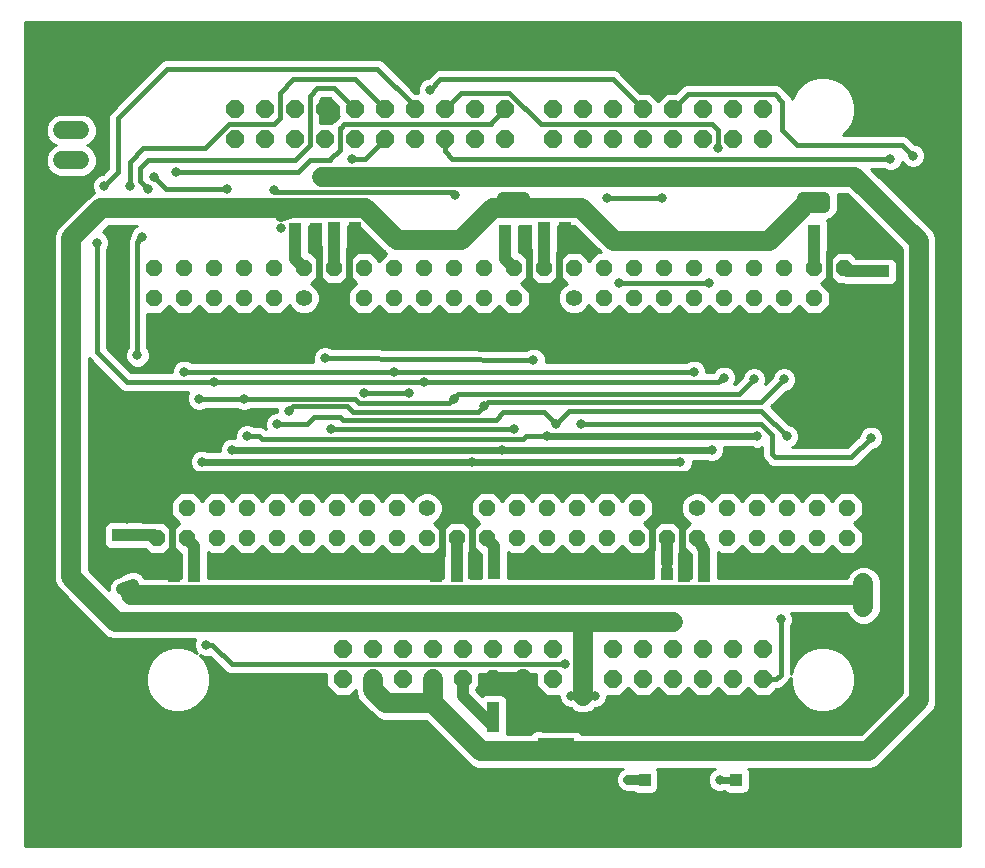
<source format=gbl>
G75*
%MOIN*%
%OFA0B0*%
%FSLAX25Y25*%
%IPPOS*%
%LPD*%
%AMOC8*
5,1,8,0,0,1.08239X$1,22.5*
%
%ADD10R,0.04252X0.04134*%
%ADD11R,0.04134X0.04252*%
%ADD12OC8,0.06000*%
%ADD13C,0.05600*%
%ADD14OC8,0.05600*%
%ADD15C,0.06000*%
%ADD16C,0.03175*%
%ADD17C,0.01600*%
%ADD18C,0.02400*%
%ADD19C,0.03200*%
%ADD20C,0.05000*%
%ADD21C,0.06600*%
%ADD22C,0.04000*%
%ADD23C,0.01000*%
D10*
X0036500Y0109555D03*
X0042000Y0109555D03*
X0042000Y0116445D03*
X0036500Y0116445D03*
X0178500Y0046945D03*
X0178500Y0040055D03*
X0186500Y0040055D03*
X0186500Y0046945D03*
X0286000Y0190555D03*
X0291500Y0190555D03*
X0291500Y0197445D03*
X0286000Y0197445D03*
D11*
X0275445Y0206000D03*
X0275445Y0211000D03*
X0268555Y0211000D03*
X0268555Y0206000D03*
X0185445Y0207000D03*
X0185445Y0212000D03*
X0178555Y0212000D03*
X0178555Y0207000D03*
X0172445Y0205500D03*
X0172445Y0211000D03*
X0165555Y0211000D03*
X0165555Y0205500D03*
X0115445Y0207000D03*
X0115445Y0212000D03*
X0108555Y0212000D03*
X0108555Y0207000D03*
X0102445Y0206000D03*
X0102445Y0211500D03*
X0095555Y0211500D03*
X0095555Y0206000D03*
X0061945Y0101000D03*
X0061945Y0096000D03*
X0055055Y0096000D03*
X0055055Y0101000D03*
X0142555Y0101000D03*
X0142555Y0096000D03*
X0149445Y0096000D03*
X0149445Y0101000D03*
X0155055Y0102000D03*
X0155055Y0097000D03*
X0161945Y0097000D03*
X0161945Y0102000D03*
X0212555Y0101500D03*
X0212555Y0096500D03*
X0219445Y0096500D03*
X0225055Y0096000D03*
X0225055Y0101500D03*
X0219445Y0101500D03*
X0231945Y0101500D03*
X0231945Y0096000D03*
X0168445Y0052000D03*
X0168445Y0046000D03*
X0161555Y0046000D03*
X0161555Y0052000D03*
X0212055Y0028000D03*
X0218945Y0028000D03*
X0242555Y0028000D03*
X0249445Y0028000D03*
D12*
X0251500Y0061500D03*
X0241500Y0061500D03*
X0231500Y0061500D03*
X0221500Y0061500D03*
X0211500Y0061500D03*
X0201500Y0061500D03*
X0201500Y0071500D03*
X0211500Y0071500D03*
X0221500Y0071500D03*
X0231500Y0071500D03*
X0241500Y0071500D03*
X0251500Y0071500D03*
X0181500Y0071500D03*
X0171500Y0071500D03*
X0161500Y0071500D03*
X0161500Y0061500D03*
X0171500Y0061500D03*
X0181500Y0061500D03*
X0151500Y0061500D03*
X0141500Y0061500D03*
X0131500Y0061500D03*
X0121500Y0061500D03*
X0111500Y0061500D03*
X0111500Y0071500D03*
X0121500Y0071500D03*
X0131500Y0071500D03*
X0141500Y0071500D03*
X0151500Y0071500D03*
X0155500Y0241500D03*
X0155500Y0251500D03*
X0145500Y0251500D03*
X0145500Y0241500D03*
X0135500Y0241500D03*
X0135500Y0251500D03*
X0125500Y0251500D03*
X0125500Y0241500D03*
X0115500Y0241500D03*
X0115500Y0251500D03*
X0105500Y0251500D03*
X0105500Y0241500D03*
X0095500Y0241500D03*
X0095500Y0251500D03*
X0085500Y0251500D03*
X0085500Y0241500D03*
X0075500Y0241500D03*
X0075500Y0251500D03*
X0165500Y0251500D03*
X0165500Y0241500D03*
X0181500Y0241500D03*
X0181500Y0251500D03*
X0191500Y0251500D03*
X0191500Y0241500D03*
X0201500Y0241500D03*
X0201500Y0251500D03*
X0211500Y0251500D03*
X0211500Y0241500D03*
X0221500Y0241500D03*
X0221500Y0251500D03*
X0231500Y0251500D03*
X0231500Y0241500D03*
X0241500Y0241500D03*
X0241500Y0251500D03*
X0251500Y0251500D03*
X0251500Y0241500D03*
D13*
X0278500Y0188500D03*
X0229500Y0118500D03*
X0188500Y0188500D03*
X0139500Y0118500D03*
X0098500Y0188500D03*
X0049500Y0118500D03*
D14*
X0059500Y0118500D03*
X0069500Y0118500D03*
X0079500Y0118500D03*
X0089500Y0118500D03*
X0099500Y0118500D03*
X0109500Y0118500D03*
X0109500Y0108500D03*
X0099500Y0108500D03*
X0089500Y0108500D03*
X0079500Y0108500D03*
X0069500Y0108500D03*
X0059500Y0108500D03*
X0049500Y0108500D03*
X0119500Y0108500D03*
X0129500Y0108500D03*
X0139500Y0108500D03*
X0149500Y0108500D03*
X0159500Y0108500D03*
X0169500Y0108500D03*
X0179500Y0108500D03*
X0189500Y0108500D03*
X0199500Y0108500D03*
X0209500Y0108500D03*
X0209500Y0118500D03*
X0199500Y0118500D03*
X0189500Y0118500D03*
X0179500Y0118500D03*
X0169500Y0118500D03*
X0159500Y0118500D03*
X0149500Y0118500D03*
X0129500Y0118500D03*
X0119500Y0118500D03*
X0118500Y0188500D03*
X0108500Y0188500D03*
X0108500Y0198500D03*
X0098500Y0198500D03*
X0088500Y0198500D03*
X0078500Y0198500D03*
X0068500Y0198500D03*
X0058500Y0198500D03*
X0048500Y0198500D03*
X0048500Y0188500D03*
X0058500Y0188500D03*
X0068500Y0188500D03*
X0078500Y0188500D03*
X0088500Y0188500D03*
X0118500Y0198500D03*
X0128500Y0198500D03*
X0138500Y0198500D03*
X0138500Y0188500D03*
X0128500Y0188500D03*
X0148500Y0188500D03*
X0158500Y0188500D03*
X0168500Y0188500D03*
X0178500Y0188500D03*
X0178500Y0198500D03*
X0168500Y0198500D03*
X0158500Y0198500D03*
X0148500Y0198500D03*
X0188500Y0198500D03*
X0198500Y0198500D03*
X0208500Y0198500D03*
X0218500Y0198500D03*
X0228500Y0198500D03*
X0238500Y0198500D03*
X0238500Y0188500D03*
X0228500Y0188500D03*
X0218500Y0188500D03*
X0208500Y0188500D03*
X0198500Y0188500D03*
X0248500Y0188500D03*
X0258500Y0188500D03*
X0268500Y0188500D03*
X0268500Y0198500D03*
X0258500Y0198500D03*
X0248500Y0198500D03*
X0278500Y0198500D03*
X0279500Y0118500D03*
X0269500Y0118500D03*
X0259500Y0118500D03*
X0249500Y0118500D03*
X0239500Y0118500D03*
X0239500Y0108500D03*
X0229500Y0108500D03*
X0219500Y0108500D03*
X0219500Y0118500D03*
X0249500Y0108500D03*
X0259500Y0108500D03*
X0269500Y0108500D03*
X0279500Y0108500D03*
D15*
X0024000Y0224500D02*
X0018000Y0224500D01*
X0018000Y0234500D02*
X0024000Y0234500D01*
X0024000Y0244500D02*
X0018000Y0244500D01*
D16*
X0032000Y0226000D03*
X0040500Y0226000D03*
X0046500Y0225000D03*
X0048500Y0229000D03*
X0056000Y0230500D03*
X0073000Y0225000D03*
X0088500Y0224500D03*
X0091000Y0219500D03*
X0091000Y0216000D03*
X0091000Y0212000D03*
X0104500Y0229000D03*
X0108500Y0229000D03*
X0112500Y0229000D03*
X0114500Y0235000D03*
X0140500Y0258000D03*
X0175000Y0229000D03*
X0178500Y0229000D03*
X0182000Y0229000D03*
X0172000Y0222000D03*
X0168500Y0222000D03*
X0165000Y0222000D03*
X0149000Y0223000D03*
X0199500Y0222000D03*
X0218000Y0222000D03*
X0236500Y0238500D03*
X0265000Y0222000D03*
X0268500Y0222000D03*
X0272000Y0222000D03*
X0274000Y0229000D03*
X0278500Y0229000D03*
X0294000Y0235000D03*
X0301500Y0236000D03*
X0233500Y0193500D03*
X0203500Y0193500D03*
X0175000Y0168000D03*
X0158500Y0152500D03*
X0148500Y0155000D03*
X0138500Y0160500D03*
X0133500Y0157000D03*
X0128500Y0164000D03*
X0118500Y0157000D03*
X0107500Y0145000D03*
X0093500Y0151000D03*
X0089500Y0146500D03*
X0079500Y0142500D03*
X0074500Y0138000D03*
X0064500Y0134000D03*
X0063500Y0155000D03*
X0068500Y0160500D03*
X0058500Y0164000D03*
X0043000Y0169500D03*
X0078500Y0155000D03*
X0105500Y0168500D03*
X0154500Y0134000D03*
X0164500Y0138000D03*
X0168500Y0145000D03*
X0179500Y0142500D03*
X0182500Y0146500D03*
X0191000Y0146500D03*
X0224000Y0134000D03*
X0234500Y0138000D03*
X0249500Y0142500D03*
X0259500Y0142500D03*
X0258500Y0161500D03*
X0248500Y0161500D03*
X0238500Y0162000D03*
X0228500Y0164000D03*
X0287500Y0142000D03*
X0285000Y0093500D03*
X0285000Y0089500D03*
X0285000Y0085500D03*
X0303500Y0085500D03*
X0303500Y0089500D03*
X0303500Y0093500D03*
X0291250Y0056250D03*
X0268510Y0047058D03*
X0268500Y0028000D03*
X0254858Y0028000D03*
X0237142Y0028000D03*
X0224500Y0028000D03*
X0206642Y0028000D03*
X0195500Y0056000D03*
X0191500Y0056000D03*
X0187500Y0056000D03*
X0185500Y0066500D03*
X0163494Y0080603D03*
X0159494Y0080603D03*
X0155494Y0080603D03*
X0153500Y0089500D03*
X0149500Y0089500D03*
X0145500Y0089500D03*
X0210000Y0089500D03*
X0213500Y0089500D03*
X0217000Y0089500D03*
X0216000Y0080500D03*
X0219500Y0080500D03*
X0223000Y0080500D03*
X0257500Y0081500D03*
X0066000Y0073000D03*
X0063005Y0080931D03*
X0059505Y0080931D03*
X0056005Y0080931D03*
X0041500Y0089500D03*
X0041500Y0093000D03*
X0038000Y0091500D03*
X0029500Y0207000D03*
X0044500Y0209000D03*
D17*
X0043293Y0207793D01*
X0043000Y0207086D02*
X0043000Y0169500D01*
X0039500Y0160500D02*
X0029500Y0170500D01*
X0029500Y0207000D01*
X0043000Y0207086D02*
X0043002Y0207146D01*
X0043007Y0207207D01*
X0043016Y0207266D01*
X0043029Y0207325D01*
X0043045Y0207384D01*
X0043065Y0207441D01*
X0043088Y0207496D01*
X0043115Y0207551D01*
X0043144Y0207603D01*
X0043177Y0207654D01*
X0043213Y0207703D01*
X0043251Y0207749D01*
X0043293Y0207793D01*
X0046500Y0225000D02*
X0044000Y0227500D01*
X0044000Y0232000D01*
X0046500Y0234500D01*
X0095500Y0234500D01*
X0100500Y0239500D01*
X0100500Y0256000D01*
X0103000Y0258500D01*
X0108500Y0258500D01*
X0115500Y0251500D01*
X0112000Y0246500D02*
X0160086Y0246500D01*
X0160793Y0246793D02*
X0165500Y0251500D01*
X0167000Y0257000D02*
X0151000Y0257000D01*
X0145500Y0251500D01*
X0140500Y0258000D02*
X0144000Y0261500D01*
X0201500Y0261500D01*
X0211500Y0251500D01*
X0221500Y0251500D02*
X0226500Y0256500D01*
X0255500Y0256500D01*
X0258000Y0254000D01*
X0258000Y0244500D01*
X0263000Y0239500D01*
X0298000Y0239500D01*
X0301500Y0236000D01*
X0294000Y0235000D02*
X0148000Y0235000D01*
X0145500Y0237500D01*
X0145500Y0241500D01*
X0135500Y0251500D02*
X0135500Y0252500D01*
X0123000Y0265000D01*
X0053000Y0265000D01*
X0036500Y0248500D01*
X0036500Y0230500D01*
X0032000Y0226000D01*
X0040500Y0226000D02*
X0040500Y0234000D01*
X0045000Y0238500D01*
X0065500Y0238500D01*
X0073500Y0246500D01*
X0088500Y0246500D01*
X0090500Y0248500D01*
X0090500Y0257000D01*
X0095000Y0261500D01*
X0115500Y0261500D01*
X0125500Y0251500D01*
X0125500Y0241500D02*
X0119000Y0235000D01*
X0114500Y0235000D01*
X0110500Y0238000D02*
X0110500Y0244586D01*
X0110793Y0245293D02*
X0112000Y0246500D01*
X0110793Y0245293D02*
X0110751Y0245249D01*
X0110713Y0245203D01*
X0110677Y0245154D01*
X0110644Y0245103D01*
X0110615Y0245051D01*
X0110588Y0244996D01*
X0110565Y0244941D01*
X0110545Y0244884D01*
X0110529Y0244825D01*
X0110516Y0244766D01*
X0110507Y0244707D01*
X0110502Y0244646D01*
X0110500Y0244586D01*
X0110500Y0238000D02*
X0107293Y0234793D01*
X0106586Y0234500D02*
X0100500Y0234500D01*
X0096500Y0230500D01*
X0056000Y0230500D01*
X0052500Y0225000D02*
X0048500Y0229000D01*
X0052500Y0225000D02*
X0073000Y0225000D01*
X0088500Y0224500D02*
X0088707Y0224293D01*
X0089414Y0224000D02*
X0148000Y0224000D01*
X0149000Y0223000D01*
X0160086Y0246500D02*
X0160146Y0246502D01*
X0160207Y0246507D01*
X0160266Y0246516D01*
X0160325Y0246529D01*
X0160384Y0246545D01*
X0160441Y0246565D01*
X0160496Y0246588D01*
X0160551Y0246615D01*
X0160603Y0246644D01*
X0160654Y0246677D01*
X0160703Y0246713D01*
X0160749Y0246751D01*
X0160793Y0246793D01*
X0167000Y0257000D02*
X0177500Y0246500D01*
X0234500Y0246500D01*
X0236500Y0244500D01*
X0236500Y0238500D01*
X0218000Y0222000D02*
X0199500Y0222000D01*
X0203500Y0193500D02*
X0233500Y0193500D01*
X0228500Y0164000D02*
X0128500Y0164000D01*
X0058500Y0164000D01*
X0063500Y0155000D02*
X0078500Y0155000D01*
X0115500Y0155000D01*
X0117000Y0153500D01*
X0147000Y0153500D01*
X0148500Y0155000D01*
X0150000Y0156500D01*
X0243500Y0156500D01*
X0248500Y0161500D01*
X0251000Y0154000D02*
X0160000Y0154000D01*
X0158500Y0152500D01*
X0156500Y0150500D01*
X0115000Y0150500D01*
X0113000Y0152500D01*
X0095000Y0152500D01*
X0093500Y0151000D01*
X0089500Y0146500D02*
X0099500Y0146500D01*
X0102000Y0149000D01*
X0110500Y0149000D01*
X0111500Y0148000D01*
X0162500Y0148000D01*
X0165000Y0150500D01*
X0178500Y0150500D01*
X0182500Y0146500D01*
X0187000Y0151000D01*
X0251000Y0151000D01*
X0259500Y0142500D01*
X0254500Y0143000D02*
X0254500Y0136500D01*
X0255500Y0135500D01*
X0281000Y0135500D01*
X0287500Y0142000D01*
X0258500Y0161500D02*
X0251000Y0154000D01*
X0251000Y0146500D02*
X0254500Y0143000D01*
X0251000Y0146500D02*
X0191000Y0146500D01*
X0179500Y0142500D02*
X0172500Y0142500D01*
X0171500Y0141500D01*
X0084500Y0141500D01*
X0083500Y0142500D01*
X0079500Y0142500D01*
X0068500Y0160500D02*
X0039500Y0160500D01*
X0068500Y0160500D02*
X0138500Y0160500D01*
X0236500Y0160500D01*
X0238500Y0162000D01*
X0175000Y0168000D02*
X0107000Y0168500D01*
X0105500Y0168500D01*
X0118500Y0157000D02*
X0133500Y0157000D01*
X0107500Y0145000D02*
X0168500Y0145000D01*
X0185500Y0066500D02*
X0074500Y0066500D01*
X0068000Y0073000D01*
X0066000Y0073000D01*
X0178500Y0040055D02*
X0178500Y0037667D01*
X0178519Y0037667D01*
X0186500Y0037730D02*
X0186518Y0037730D01*
X0186500Y0037730D02*
X0186500Y0040055D01*
X0251500Y0061500D02*
X0256000Y0061500D01*
X0257500Y0063000D01*
X0257500Y0081500D01*
X0265000Y0219000D02*
X0266346Y0219000D01*
X0107293Y0234793D02*
X0107249Y0234751D01*
X0107203Y0234713D01*
X0107154Y0234677D01*
X0107103Y0234644D01*
X0107051Y0234615D01*
X0106996Y0234588D01*
X0106941Y0234565D01*
X0106884Y0234545D01*
X0106825Y0234529D01*
X0106766Y0234516D01*
X0106707Y0234507D01*
X0106646Y0234502D01*
X0106586Y0234500D01*
X0089414Y0224000D02*
X0089354Y0224002D01*
X0089293Y0224007D01*
X0089234Y0224016D01*
X0089175Y0224029D01*
X0089116Y0224045D01*
X0089059Y0224065D01*
X0089004Y0224088D01*
X0088949Y0224115D01*
X0088897Y0224144D01*
X0088846Y0224177D01*
X0088797Y0224213D01*
X0088751Y0224251D01*
X0088707Y0224293D01*
D18*
X0102445Y0206000D02*
X0102509Y0205998D01*
X0102572Y0205992D01*
X0102635Y0205983D01*
X0102697Y0205969D01*
X0102759Y0205952D01*
X0102819Y0205931D01*
X0102878Y0205907D01*
X0102935Y0205879D01*
X0102991Y0205848D01*
X0103044Y0205813D01*
X0103096Y0205775D01*
X0103145Y0205735D01*
X0103191Y0205691D01*
X0103235Y0205645D01*
X0103275Y0205596D01*
X0103313Y0205544D01*
X0103348Y0205491D01*
X0103379Y0205435D01*
X0103407Y0205378D01*
X0103431Y0205319D01*
X0103452Y0205259D01*
X0103469Y0205197D01*
X0103483Y0205135D01*
X0103492Y0205072D01*
X0103498Y0205009D01*
X0103500Y0204945D01*
X0103500Y0193500D01*
X0108500Y0188500D01*
X0113500Y0193500D01*
X0113500Y0205055D01*
X0115445Y0207000D01*
X0172445Y0205500D02*
X0173500Y0204445D01*
X0173500Y0193500D01*
X0178500Y0188500D01*
X0183500Y0193500D01*
X0183500Y0202000D01*
X0185445Y0203945D01*
X0185445Y0207000D01*
X0179500Y0142500D02*
X0249500Y0142500D01*
X0234500Y0138000D02*
X0164500Y0138000D01*
X0074500Y0138000D01*
X0064500Y0134000D02*
X0154500Y0134000D01*
X0224000Y0134000D01*
X0219500Y0118500D02*
X0214500Y0113500D01*
X0214500Y0105000D01*
X0212555Y0103055D01*
X0212555Y0101500D01*
X0224500Y0103055D02*
X0224500Y0113500D01*
X0219500Y0118500D01*
X0224500Y0103055D02*
X0225055Y0101500D01*
X0155055Y0102000D02*
X0154500Y0102555D01*
X0154500Y0113500D01*
X0149500Y0118500D01*
X0149000Y0118500D01*
X0144500Y0114000D01*
X0144500Y0102945D01*
X0142555Y0101000D01*
X0055055Y0101000D02*
X0054500Y0101555D01*
X0054500Y0113500D01*
X0049500Y0118500D01*
X0237142Y0028000D02*
X0242555Y0028000D01*
X0249445Y0028000D02*
X0254858Y0028000D01*
X0278500Y0188500D02*
X0278500Y0189000D01*
X0273500Y0194000D01*
X0273500Y0204055D01*
X0275445Y0206000D01*
D19*
X0219445Y0101500D02*
X0219445Y0100845D01*
X0219445Y0096500D01*
X0212555Y0096500D02*
X0212555Y0101500D01*
X0212055Y0028000D02*
X0206642Y0028000D01*
X0218945Y0028000D02*
X0224500Y0028000D01*
X0064500Y0080603D02*
X0064170Y0080933D01*
X0059003Y0080933D01*
X0056006Y0080933D01*
X0056005Y0080931D01*
D20*
X0161500Y0061500D02*
X0171500Y0061500D01*
D21*
X0171500Y0054500D01*
X0178942Y0047058D01*
X0186500Y0047058D01*
X0268510Y0047058D01*
X0282058Y0047058D01*
X0291250Y0056250D01*
X0294500Y0059500D01*
X0294500Y0171000D01*
X0289500Y0176000D01*
X0278500Y0176000D01*
X0278500Y0188500D01*
X0278500Y0176000D02*
X0178500Y0175500D01*
X0178500Y0188500D01*
X0178500Y0175500D02*
X0112500Y0175500D01*
X0108500Y0179500D01*
X0108500Y0188500D01*
X0129207Y0208293D02*
X0119293Y0218207D01*
X0118586Y0218500D02*
X0098500Y0218500D01*
X0031000Y0218500D01*
X0021000Y0208500D01*
X0021000Y0095500D01*
X0035897Y0080603D01*
X0064500Y0080603D01*
X0159494Y0080603D01*
X0160502Y0080601D01*
X0191500Y0080500D01*
X0214500Y0080500D01*
X0219500Y0080500D01*
X0221500Y0080500D01*
X0213500Y0089500D02*
X0285000Y0089500D01*
X0285000Y0093500D01*
X0285000Y0089500D02*
X0285000Y0085500D01*
X0303500Y0085500D02*
X0303500Y0054500D01*
X0286500Y0037500D01*
X0157500Y0037500D01*
X0141500Y0053500D01*
X0141000Y0053500D01*
X0141500Y0054000D01*
X0141500Y0061500D01*
X0141000Y0053500D02*
X0126000Y0053500D01*
X0121500Y0058000D01*
X0121500Y0061500D01*
X0149500Y0089500D02*
X0041500Y0089500D01*
X0041000Y0089500D01*
X0049500Y0118500D02*
X0049500Y0125500D01*
X0053000Y0127500D01*
X0149500Y0127500D01*
X0149500Y0118500D01*
X0149500Y0127500D02*
X0219500Y0127500D01*
X0219500Y0118500D01*
X0219500Y0127500D02*
X0291500Y0128000D01*
X0303500Y0093500D02*
X0303500Y0089500D01*
X0303500Y0085500D01*
X0303500Y0093500D01*
X0303500Y0207500D01*
X0282000Y0229000D01*
X0278500Y0229000D01*
X0274000Y0229000D01*
X0182000Y0229000D01*
X0178500Y0229000D01*
X0175000Y0229000D01*
X0112500Y0229000D01*
X0108500Y0229000D01*
X0104500Y0229000D01*
X0118586Y0218500D02*
X0118646Y0218498D01*
X0118707Y0218493D01*
X0118766Y0218484D01*
X0118825Y0218471D01*
X0118884Y0218455D01*
X0118941Y0218435D01*
X0118996Y0218412D01*
X0119051Y0218385D01*
X0119103Y0218356D01*
X0119154Y0218323D01*
X0119203Y0218287D01*
X0119249Y0218249D01*
X0119293Y0218207D01*
X0129207Y0208293D02*
X0129251Y0208251D01*
X0129297Y0208213D01*
X0129346Y0208177D01*
X0129397Y0208144D01*
X0129449Y0208115D01*
X0129504Y0208088D01*
X0129559Y0208065D01*
X0129616Y0208045D01*
X0129675Y0208029D01*
X0129734Y0208016D01*
X0129793Y0208007D01*
X0129854Y0208002D01*
X0129914Y0208000D01*
X0151000Y0208000D01*
X0161207Y0218207D01*
X0161914Y0218500D02*
X0167500Y0218500D01*
X0191000Y0218500D01*
X0202000Y0207500D01*
X0253500Y0207500D01*
X0265000Y0219000D01*
X0161914Y0218500D02*
X0161854Y0218498D01*
X0161793Y0218493D01*
X0161734Y0218484D01*
X0161675Y0218471D01*
X0161616Y0218455D01*
X0161559Y0218435D01*
X0161504Y0218412D01*
X0161449Y0218385D01*
X0161397Y0218356D01*
X0161346Y0218323D01*
X0161297Y0218287D01*
X0161251Y0218249D01*
X0161207Y0218207D01*
X0149500Y0089500D02*
X0213500Y0089500D01*
X0191500Y0080500D02*
X0191500Y0056000D01*
X0268500Y0028000D02*
X0268500Y0027900D01*
X0303500Y0065500D02*
X0303500Y0085500D01*
D22*
X0231945Y0096000D02*
X0231945Y0104555D01*
X0229500Y0108500D01*
X0231945Y0101500D02*
X0231945Y0096000D01*
X0225055Y0096000D02*
X0225055Y0101500D01*
X0219445Y0100845D02*
X0219445Y0108445D01*
X0219500Y0108500D01*
X0219500Y0080500D02*
X0223000Y0080500D01*
X0217500Y0080500D01*
X0217000Y0080000D01*
X0215000Y0080000D01*
X0214500Y0080500D01*
X0212000Y0080500D01*
X0211500Y0081000D01*
X0211000Y0081000D01*
X0186500Y0047058D02*
X0186500Y0046945D01*
X0178500Y0046945D01*
X0178500Y0040055D02*
X0186500Y0040055D01*
X0168445Y0046000D02*
X0168445Y0052000D01*
X0168445Y0058445D01*
X0171500Y0061500D01*
X0161555Y0052000D02*
X0161555Y0046000D01*
X0151500Y0056055D01*
X0151500Y0061500D01*
X0159494Y0080603D02*
X0159994Y0080601D01*
X0160502Y0080601D01*
X0161945Y0097000D02*
X0161945Y0106055D01*
X0159500Y0108500D01*
X0161945Y0102000D02*
X0161945Y0097000D01*
X0155055Y0097000D02*
X0155055Y0102000D01*
X0149445Y0101000D02*
X0149445Y0096000D01*
X0149445Y0101000D02*
X0149445Y0108445D01*
X0149500Y0108500D01*
X0142555Y0101000D02*
X0142555Y0096000D01*
X0061945Y0096000D02*
X0061945Y0101000D01*
X0061945Y0106055D01*
X0059500Y0108500D01*
X0055055Y0101000D02*
X0055055Y0096000D01*
X0049500Y0108500D02*
X0048445Y0109555D01*
X0042000Y0109555D01*
X0036500Y0109555D01*
X0036500Y0116445D02*
X0042000Y0116445D01*
X0047445Y0116445D01*
X0047535Y0116447D01*
X0047624Y0116453D01*
X0047713Y0116463D01*
X0047802Y0116476D01*
X0047890Y0116494D01*
X0047977Y0116515D01*
X0048063Y0116540D01*
X0048148Y0116569D01*
X0048231Y0116601D01*
X0048313Y0116638D01*
X0048394Y0116677D01*
X0048473Y0116720D01*
X0048549Y0116767D01*
X0048624Y0116817D01*
X0048696Y0116870D01*
X0048766Y0116926D01*
X0048833Y0116985D01*
X0048898Y0117047D01*
X0048960Y0117112D01*
X0049019Y0117179D01*
X0049075Y0117249D01*
X0049128Y0117321D01*
X0049178Y0117396D01*
X0049225Y0117473D01*
X0049268Y0117551D01*
X0049307Y0117632D01*
X0049344Y0117714D01*
X0049376Y0117797D01*
X0049405Y0117882D01*
X0049430Y0117968D01*
X0049451Y0118055D01*
X0049469Y0118143D01*
X0049482Y0118232D01*
X0049492Y0118321D01*
X0049498Y0118410D01*
X0049500Y0118500D01*
X0041500Y0093000D02*
X0038000Y0091500D01*
X0041500Y0089500D01*
X0041500Y0093000D01*
X0059003Y0080933D02*
X0059503Y0080933D01*
X0059505Y0080931D01*
X0098500Y0198500D02*
X0095555Y0201445D01*
X0095555Y0206000D01*
X0095555Y0211500D01*
X0091000Y0216000D02*
X0098500Y0218500D01*
X0102445Y0211500D02*
X0102445Y0206000D01*
X0108500Y0206945D02*
X0108555Y0207000D01*
X0108555Y0212000D01*
X0108500Y0206945D02*
X0108500Y0198500D01*
X0115445Y0207000D02*
X0115445Y0212000D01*
X0165555Y0211000D02*
X0165555Y0205500D01*
X0165555Y0201445D01*
X0168500Y0198500D01*
X0172445Y0205500D02*
X0172445Y0211000D01*
X0178555Y0212000D02*
X0178555Y0207000D01*
X0178500Y0206945D01*
X0178500Y0198500D01*
X0185445Y0207000D02*
X0185445Y0212000D01*
X0172000Y0222000D02*
X0168500Y0222000D01*
X0165000Y0222000D01*
X0168500Y0222000D02*
X0168500Y0219500D01*
X0167500Y0218500D01*
X0265000Y0219000D02*
X0265000Y0222000D01*
X0268500Y0222000D01*
X0269000Y0222000D01*
X0269000Y0219000D01*
X0272000Y0219000D01*
X0272000Y0222000D01*
X0272000Y0221000D01*
X0271500Y0221000D01*
X0271500Y0219000D01*
X0266346Y0219000D01*
X0269000Y0222000D02*
X0272000Y0222000D01*
X0268555Y0211000D02*
X0268555Y0206000D01*
X0268555Y0198555D01*
X0268500Y0198500D01*
X0278500Y0198500D02*
X0279555Y0197445D01*
X0286000Y0197445D01*
X0291500Y0197445D01*
X0291500Y0190555D02*
X0286000Y0190555D01*
X0280055Y0190555D01*
X0278500Y0189000D01*
X0275445Y0206000D02*
X0275445Y0211000D01*
D23*
X0005500Y0280461D02*
X0005500Y0006000D01*
X0317201Y0006000D01*
X0317201Y0280461D01*
X0005500Y0280461D01*
X0005500Y0280085D02*
X0317201Y0280085D01*
X0317201Y0279086D02*
X0005500Y0279086D01*
X0005500Y0278088D02*
X0317201Y0278088D01*
X0317201Y0277089D02*
X0005500Y0277089D01*
X0005500Y0276091D02*
X0317201Y0276091D01*
X0317201Y0275092D02*
X0005500Y0275092D01*
X0005500Y0274094D02*
X0317201Y0274094D01*
X0317201Y0273095D02*
X0005500Y0273095D01*
X0005500Y0272097D02*
X0317201Y0272097D01*
X0317201Y0271098D02*
X0005500Y0271098D01*
X0005500Y0270100D02*
X0317201Y0270100D01*
X0317201Y0269101D02*
X0005500Y0269101D01*
X0005500Y0268103D02*
X0051867Y0268103D01*
X0052344Y0268300D02*
X0051131Y0267798D01*
X0050202Y0266869D01*
X0033702Y0250369D01*
X0033200Y0249156D01*
X0033200Y0231867D01*
X0031420Y0230087D01*
X0031187Y0230087D01*
X0029685Y0229465D01*
X0028535Y0228315D01*
X0027913Y0226813D01*
X0027913Y0225187D01*
X0028509Y0223746D01*
X0027715Y0223417D01*
X0016083Y0211785D01*
X0015200Y0209654D01*
X0015200Y0207346D01*
X0015200Y0094346D01*
X0016083Y0092215D01*
X0017715Y0090583D01*
X0032612Y0075686D01*
X0034743Y0074803D01*
X0062323Y0074803D01*
X0061913Y0073813D01*
X0061913Y0072187D01*
X0062535Y0070685D01*
X0063006Y0070214D01*
X0060668Y0071563D01*
X0057922Y0072299D01*
X0055078Y0072299D01*
X0052332Y0071563D01*
X0049869Y0070142D01*
X0047858Y0068131D01*
X0046437Y0065668D01*
X0045701Y0062922D01*
X0045701Y0060078D01*
X0046437Y0057332D01*
X0047858Y0054869D01*
X0049869Y0052858D01*
X0052332Y0051437D01*
X0055078Y0050701D01*
X0057922Y0050701D01*
X0060668Y0051437D01*
X0063131Y0052858D01*
X0065142Y0054869D01*
X0066563Y0057332D01*
X0067299Y0060078D01*
X0067299Y0062922D01*
X0066563Y0065668D01*
X0065142Y0068131D01*
X0063775Y0069498D01*
X0065187Y0068913D01*
X0066813Y0068913D01*
X0067243Y0069091D01*
X0072631Y0063702D01*
X0073844Y0063200D01*
X0106000Y0063200D01*
X0106000Y0059222D01*
X0109222Y0056000D01*
X0113778Y0056000D01*
X0115700Y0057922D01*
X0115700Y0056846D01*
X0116583Y0054715D01*
X0121083Y0050215D01*
X0122715Y0048583D01*
X0124846Y0047700D01*
X0139098Y0047700D01*
X0154215Y0032583D01*
X0156346Y0031700D01*
X0204861Y0031700D01*
X0204319Y0031476D01*
X0203166Y0030322D01*
X0202542Y0028816D01*
X0202542Y0027184D01*
X0203166Y0025678D01*
X0204319Y0024524D01*
X0205826Y0023900D01*
X0208427Y0023900D01*
X0208572Y0023755D01*
X0209491Y0023374D01*
X0214619Y0023374D01*
X0215538Y0023755D01*
X0216241Y0024458D01*
X0216622Y0025377D01*
X0216622Y0030623D01*
X0216241Y0031542D01*
X0216084Y0031700D01*
X0235393Y0031700D01*
X0234826Y0031465D01*
X0233677Y0030315D01*
X0233054Y0028813D01*
X0233054Y0027187D01*
X0233677Y0025685D01*
X0234826Y0024535D01*
X0236329Y0023913D01*
X0237955Y0023913D01*
X0238633Y0024194D01*
X0239072Y0023755D01*
X0239991Y0023374D01*
X0245119Y0023374D01*
X0246038Y0023755D01*
X0246741Y0024458D01*
X0247122Y0025377D01*
X0247122Y0030623D01*
X0246741Y0031542D01*
X0246584Y0031700D01*
X0287654Y0031700D01*
X0289785Y0032583D01*
X0291417Y0034215D01*
X0308417Y0051215D01*
X0309300Y0053346D01*
X0309300Y0208654D01*
X0308417Y0210785D01*
X0287502Y0231700D01*
X0291520Y0231700D01*
X0291685Y0231535D01*
X0293187Y0230913D01*
X0294813Y0230913D01*
X0296315Y0231535D01*
X0297465Y0232685D01*
X0297957Y0233872D01*
X0298035Y0233685D01*
X0299185Y0232535D01*
X0300687Y0231913D01*
X0302313Y0231913D01*
X0303815Y0232535D01*
X0304965Y0233685D01*
X0305587Y0235187D01*
X0305587Y0236813D01*
X0304965Y0238315D01*
X0303815Y0239465D01*
X0302313Y0240087D01*
X0302079Y0240087D01*
X0299869Y0242298D01*
X0298656Y0242800D01*
X0278030Y0242800D01*
X0278131Y0242858D01*
X0280142Y0244869D01*
X0281563Y0247332D01*
X0282299Y0250078D01*
X0282299Y0252922D01*
X0281563Y0255668D01*
X0280142Y0258131D01*
X0278131Y0260142D01*
X0275668Y0261563D01*
X0272922Y0262299D01*
X0270078Y0262299D01*
X0267332Y0261563D01*
X0264869Y0260142D01*
X0262858Y0258131D01*
X0261437Y0255668D01*
X0261218Y0254853D01*
X0260798Y0255869D01*
X0259869Y0256798D01*
X0257369Y0259298D01*
X0256156Y0259800D01*
X0225844Y0259800D01*
X0224631Y0259298D01*
X0222333Y0257000D01*
X0219222Y0257000D01*
X0216500Y0254278D01*
X0213778Y0257000D01*
X0210667Y0257000D01*
X0204298Y0263369D01*
X0203369Y0264298D01*
X0202156Y0264800D01*
X0143344Y0264800D01*
X0142131Y0264298D01*
X0139920Y0262087D01*
X0139687Y0262087D01*
X0138185Y0261465D01*
X0137035Y0260315D01*
X0136413Y0258813D01*
X0136413Y0257187D01*
X0136490Y0257000D01*
X0135667Y0257000D01*
X0124869Y0267798D01*
X0123656Y0268300D01*
X0052344Y0268300D01*
X0050437Y0267104D02*
X0005500Y0267104D01*
X0005500Y0266105D02*
X0049439Y0266105D01*
X0048440Y0265107D02*
X0005500Y0265107D01*
X0005500Y0264108D02*
X0047442Y0264108D01*
X0046443Y0263110D02*
X0005500Y0263110D01*
X0005500Y0262111D02*
X0045445Y0262111D01*
X0044446Y0261113D02*
X0005500Y0261113D01*
X0005500Y0260114D02*
X0043448Y0260114D01*
X0042449Y0259116D02*
X0005500Y0259116D01*
X0005500Y0258117D02*
X0041451Y0258117D01*
X0040452Y0257119D02*
X0005500Y0257119D01*
X0005500Y0256120D02*
X0039453Y0256120D01*
X0038455Y0255122D02*
X0005500Y0255122D01*
X0005500Y0254123D02*
X0037456Y0254123D01*
X0036458Y0253125D02*
X0005500Y0253125D01*
X0005500Y0252126D02*
X0035459Y0252126D01*
X0034461Y0251128D02*
X0005500Y0251128D01*
X0005500Y0250129D02*
X0033603Y0250129D01*
X0033200Y0249131D02*
X0027147Y0249131D01*
X0027115Y0249163D02*
X0025094Y0250000D01*
X0016906Y0250000D01*
X0014884Y0249163D01*
X0013337Y0247615D01*
X0012500Y0245594D01*
X0012500Y0243406D01*
X0013337Y0241384D01*
X0014884Y0239837D01*
X0015699Y0239500D01*
X0014884Y0239163D01*
X0013337Y0237615D01*
X0012500Y0235594D01*
X0012500Y0233406D01*
X0013337Y0231384D01*
X0014884Y0229837D01*
X0016906Y0229000D01*
X0025094Y0229000D01*
X0027115Y0229837D01*
X0028663Y0231384D01*
X0029500Y0233406D01*
X0029500Y0235594D01*
X0028663Y0237615D01*
X0027115Y0239163D01*
X0026301Y0239500D01*
X0027115Y0239837D01*
X0028663Y0241384D01*
X0029500Y0243406D01*
X0029500Y0245594D01*
X0028663Y0247615D01*
X0027115Y0249163D01*
X0028146Y0248132D02*
X0033200Y0248132D01*
X0033200Y0247134D02*
X0028862Y0247134D01*
X0029276Y0246135D02*
X0033200Y0246135D01*
X0033200Y0245137D02*
X0029500Y0245137D01*
X0029500Y0244138D02*
X0033200Y0244138D01*
X0033200Y0243140D02*
X0029390Y0243140D01*
X0028976Y0242141D02*
X0033200Y0242141D01*
X0033200Y0241143D02*
X0028421Y0241143D01*
X0027422Y0240144D02*
X0033200Y0240144D01*
X0033200Y0239146D02*
X0027132Y0239146D01*
X0028131Y0238147D02*
X0033200Y0238147D01*
X0033200Y0237149D02*
X0028856Y0237149D01*
X0029270Y0236150D02*
X0033200Y0236150D01*
X0033200Y0235152D02*
X0029500Y0235152D01*
X0029500Y0234153D02*
X0033200Y0234153D01*
X0033200Y0233155D02*
X0029396Y0233155D01*
X0028982Y0232156D02*
X0033200Y0232156D01*
X0032491Y0231158D02*
X0028436Y0231158D01*
X0027437Y0230159D02*
X0031492Y0230159D01*
X0029380Y0229161D02*
X0025482Y0229161D01*
X0028471Y0228162D02*
X0005500Y0228162D01*
X0005500Y0227164D02*
X0028058Y0227164D01*
X0027913Y0226165D02*
X0005500Y0226165D01*
X0005500Y0225167D02*
X0027921Y0225167D01*
X0028335Y0224168D02*
X0005500Y0224168D01*
X0005500Y0223170D02*
X0027467Y0223170D01*
X0026469Y0222171D02*
X0005500Y0222171D01*
X0005500Y0221172D02*
X0025470Y0221172D01*
X0024472Y0220174D02*
X0005500Y0220174D01*
X0005500Y0219175D02*
X0023473Y0219175D01*
X0022475Y0218177D02*
X0005500Y0218177D01*
X0005500Y0217178D02*
X0021476Y0217178D01*
X0020477Y0216180D02*
X0005500Y0216180D01*
X0005500Y0215181D02*
X0019479Y0215181D01*
X0018480Y0214183D02*
X0005500Y0214183D01*
X0005500Y0213184D02*
X0017482Y0213184D01*
X0016483Y0212186D02*
X0005500Y0212186D01*
X0005500Y0211187D02*
X0015835Y0211187D01*
X0015422Y0210189D02*
X0005500Y0210189D01*
X0005500Y0209190D02*
X0015200Y0209190D01*
X0015200Y0208192D02*
X0005500Y0208192D01*
X0005500Y0207193D02*
X0015200Y0207193D01*
X0015200Y0206195D02*
X0005500Y0206195D01*
X0005500Y0205196D02*
X0015200Y0205196D01*
X0015200Y0204198D02*
X0005500Y0204198D01*
X0005500Y0203199D02*
X0015200Y0203199D01*
X0015200Y0202201D02*
X0005500Y0202201D01*
X0005500Y0201202D02*
X0015200Y0201202D01*
X0015200Y0200204D02*
X0005500Y0200204D01*
X0005500Y0199205D02*
X0015200Y0199205D01*
X0015200Y0198207D02*
X0005500Y0198207D01*
X0005500Y0197208D02*
X0015200Y0197208D01*
X0015200Y0196210D02*
X0005500Y0196210D01*
X0005500Y0195211D02*
X0015200Y0195211D01*
X0015200Y0194213D02*
X0005500Y0194213D01*
X0005500Y0193214D02*
X0015200Y0193214D01*
X0015200Y0192216D02*
X0005500Y0192216D01*
X0005500Y0191217D02*
X0015200Y0191217D01*
X0015200Y0190219D02*
X0005500Y0190219D01*
X0005500Y0189220D02*
X0015200Y0189220D01*
X0015200Y0188222D02*
X0005500Y0188222D01*
X0005500Y0187223D02*
X0015200Y0187223D01*
X0015200Y0186225D02*
X0005500Y0186225D01*
X0005500Y0185226D02*
X0015200Y0185226D01*
X0015200Y0184228D02*
X0005500Y0184228D01*
X0005500Y0183229D02*
X0015200Y0183229D01*
X0015200Y0182231D02*
X0005500Y0182231D01*
X0005500Y0181232D02*
X0015200Y0181232D01*
X0015200Y0180234D02*
X0005500Y0180234D01*
X0005500Y0179235D02*
X0015200Y0179235D01*
X0015200Y0178237D02*
X0005500Y0178237D01*
X0005500Y0177238D02*
X0015200Y0177238D01*
X0015200Y0176239D02*
X0005500Y0176239D01*
X0005500Y0175241D02*
X0015200Y0175241D01*
X0015200Y0174242D02*
X0005500Y0174242D01*
X0005500Y0173244D02*
X0015200Y0173244D01*
X0015200Y0172245D02*
X0005500Y0172245D01*
X0005500Y0171247D02*
X0015200Y0171247D01*
X0015200Y0170248D02*
X0005500Y0170248D01*
X0005500Y0169250D02*
X0015200Y0169250D01*
X0015200Y0168251D02*
X0005500Y0168251D01*
X0005500Y0167253D02*
X0015200Y0167253D01*
X0015200Y0166254D02*
X0005500Y0166254D01*
X0005500Y0165256D02*
X0015200Y0165256D01*
X0015200Y0164257D02*
X0005500Y0164257D01*
X0005500Y0163259D02*
X0015200Y0163259D01*
X0015200Y0162260D02*
X0005500Y0162260D01*
X0005500Y0161262D02*
X0015200Y0161262D01*
X0015200Y0160263D02*
X0005500Y0160263D01*
X0005500Y0159265D02*
X0015200Y0159265D01*
X0015200Y0158266D02*
X0005500Y0158266D01*
X0005500Y0157268D02*
X0015200Y0157268D01*
X0015200Y0156269D02*
X0005500Y0156269D01*
X0005500Y0155271D02*
X0015200Y0155271D01*
X0015200Y0154272D02*
X0005500Y0154272D01*
X0005500Y0153274D02*
X0015200Y0153274D01*
X0015200Y0152275D02*
X0005500Y0152275D01*
X0005500Y0151277D02*
X0015200Y0151277D01*
X0015200Y0150278D02*
X0005500Y0150278D01*
X0005500Y0149280D02*
X0015200Y0149280D01*
X0015200Y0148281D02*
X0005500Y0148281D01*
X0005500Y0147283D02*
X0015200Y0147283D01*
X0015200Y0146284D02*
X0005500Y0146284D01*
X0005500Y0145286D02*
X0015200Y0145286D01*
X0015200Y0144287D02*
X0005500Y0144287D01*
X0005500Y0143289D02*
X0015200Y0143289D01*
X0015200Y0142290D02*
X0005500Y0142290D01*
X0005500Y0141292D02*
X0015200Y0141292D01*
X0015200Y0140293D02*
X0005500Y0140293D01*
X0005500Y0139295D02*
X0015200Y0139295D01*
X0015200Y0138296D02*
X0005500Y0138296D01*
X0005500Y0137298D02*
X0015200Y0137298D01*
X0015200Y0136299D02*
X0005500Y0136299D01*
X0005500Y0135301D02*
X0015200Y0135301D01*
X0015200Y0134302D02*
X0005500Y0134302D01*
X0005500Y0133303D02*
X0015200Y0133303D01*
X0015200Y0132305D02*
X0005500Y0132305D01*
X0005500Y0131306D02*
X0015200Y0131306D01*
X0015200Y0130308D02*
X0005500Y0130308D01*
X0005500Y0129309D02*
X0015200Y0129309D01*
X0015200Y0128311D02*
X0005500Y0128311D01*
X0005500Y0127312D02*
X0015200Y0127312D01*
X0015200Y0126314D02*
X0005500Y0126314D01*
X0005500Y0125315D02*
X0015200Y0125315D01*
X0015200Y0124317D02*
X0005500Y0124317D01*
X0005500Y0123318D02*
X0015200Y0123318D01*
X0015200Y0122320D02*
X0005500Y0122320D01*
X0005500Y0121321D02*
X0015200Y0121321D01*
X0015200Y0120323D02*
X0005500Y0120323D01*
X0005500Y0119324D02*
X0015200Y0119324D01*
X0015200Y0118326D02*
X0005500Y0118326D01*
X0005500Y0117327D02*
X0015200Y0117327D01*
X0015200Y0116329D02*
X0005500Y0116329D01*
X0005500Y0115330D02*
X0015200Y0115330D01*
X0015200Y0114332D02*
X0005500Y0114332D01*
X0005500Y0113333D02*
X0015200Y0113333D01*
X0015200Y0112335D02*
X0005500Y0112335D01*
X0005500Y0111336D02*
X0015200Y0111336D01*
X0015200Y0110338D02*
X0005500Y0110338D01*
X0005500Y0109339D02*
X0015200Y0109339D01*
X0015200Y0108341D02*
X0005500Y0108341D01*
X0005500Y0107342D02*
X0015200Y0107342D01*
X0015200Y0106344D02*
X0005500Y0106344D01*
X0005500Y0105345D02*
X0015200Y0105345D01*
X0015200Y0104347D02*
X0005500Y0104347D01*
X0005500Y0103348D02*
X0015200Y0103348D01*
X0015200Y0102350D02*
X0005500Y0102350D01*
X0005500Y0101351D02*
X0015200Y0101351D01*
X0015200Y0100353D02*
X0005500Y0100353D01*
X0005500Y0099354D02*
X0015200Y0099354D01*
X0015200Y0098356D02*
X0005500Y0098356D01*
X0005500Y0097357D02*
X0015200Y0097357D01*
X0015200Y0096359D02*
X0005500Y0096359D01*
X0005500Y0095360D02*
X0015200Y0095360D01*
X0015200Y0094362D02*
X0005500Y0094362D01*
X0005500Y0093363D02*
X0015607Y0093363D01*
X0016021Y0092365D02*
X0005500Y0092365D01*
X0005500Y0091366D02*
X0016932Y0091366D01*
X0017715Y0090583D02*
X0017715Y0090583D01*
X0017930Y0090368D02*
X0005500Y0090368D01*
X0005500Y0089369D02*
X0018929Y0089369D01*
X0019927Y0088370D02*
X0005500Y0088370D01*
X0005500Y0087372D02*
X0020926Y0087372D01*
X0021924Y0086373D02*
X0005500Y0086373D01*
X0005500Y0085375D02*
X0022923Y0085375D01*
X0023921Y0084376D02*
X0005500Y0084376D01*
X0005500Y0083378D02*
X0024920Y0083378D01*
X0025918Y0082379D02*
X0005500Y0082379D01*
X0005500Y0081381D02*
X0026917Y0081381D01*
X0027915Y0080382D02*
X0005500Y0080382D01*
X0005500Y0079384D02*
X0028914Y0079384D01*
X0029912Y0078385D02*
X0005500Y0078385D01*
X0005500Y0077387D02*
X0030911Y0077387D01*
X0031909Y0076388D02*
X0005500Y0076388D01*
X0005500Y0075390D02*
X0033326Y0075390D01*
X0047438Y0067402D02*
X0005500Y0067402D01*
X0005500Y0068400D02*
X0048128Y0068400D01*
X0049126Y0069399D02*
X0005500Y0069399D01*
X0005500Y0070397D02*
X0050312Y0070397D01*
X0052042Y0071396D02*
X0005500Y0071396D01*
X0005500Y0072394D02*
X0061913Y0072394D01*
X0061913Y0073393D02*
X0005500Y0073393D01*
X0005500Y0074391D02*
X0062152Y0074391D01*
X0062240Y0071396D02*
X0060958Y0071396D01*
X0062688Y0070397D02*
X0062822Y0070397D01*
X0063874Y0069399D02*
X0064013Y0069399D01*
X0064872Y0068400D02*
X0067933Y0068400D01*
X0068931Y0067402D02*
X0065562Y0067402D01*
X0066139Y0066403D02*
X0069930Y0066403D01*
X0070928Y0065405D02*
X0066634Y0065405D01*
X0066901Y0064406D02*
X0071927Y0064406D01*
X0073342Y0063408D02*
X0067169Y0063408D01*
X0067299Y0062409D02*
X0106000Y0062409D01*
X0106000Y0061411D02*
X0067299Y0061411D01*
X0067299Y0060412D02*
X0106000Y0060412D01*
X0106000Y0059414D02*
X0067121Y0059414D01*
X0066854Y0058415D02*
X0106807Y0058415D01*
X0107805Y0057417D02*
X0066586Y0057417D01*
X0066036Y0056418D02*
X0108804Y0056418D01*
X0114196Y0056418D02*
X0115877Y0056418D01*
X0115700Y0057417D02*
X0115195Y0057417D01*
X0116291Y0055420D02*
X0065459Y0055420D01*
X0064693Y0054421D02*
X0116876Y0054421D01*
X0117875Y0053423D02*
X0063695Y0053423D01*
X0062378Y0052424D02*
X0118873Y0052424D01*
X0119872Y0051426D02*
X0060627Y0051426D01*
X0052373Y0051426D02*
X0005500Y0051426D01*
X0005500Y0052424D02*
X0050622Y0052424D01*
X0049305Y0053423D02*
X0005500Y0053423D01*
X0005500Y0054421D02*
X0048306Y0054421D01*
X0047541Y0055420D02*
X0005500Y0055420D01*
X0005500Y0056418D02*
X0046964Y0056418D01*
X0046414Y0057417D02*
X0005500Y0057417D01*
X0005500Y0058415D02*
X0046146Y0058415D01*
X0045879Y0059414D02*
X0005500Y0059414D01*
X0005500Y0060412D02*
X0045701Y0060412D01*
X0045701Y0061411D02*
X0005500Y0061411D01*
X0005500Y0062409D02*
X0045701Y0062409D01*
X0045831Y0063408D02*
X0005500Y0063408D01*
X0005500Y0064406D02*
X0046099Y0064406D01*
X0046366Y0065405D02*
X0005500Y0065405D01*
X0005500Y0066403D02*
X0046861Y0066403D01*
X0033434Y0091268D02*
X0026800Y0097902D01*
X0026800Y0168533D01*
X0037631Y0157702D01*
X0038844Y0157200D01*
X0059987Y0157200D01*
X0059413Y0155813D01*
X0059413Y0154187D01*
X0060035Y0152685D01*
X0061185Y0151535D01*
X0062687Y0150913D01*
X0064313Y0150913D01*
X0065815Y0151535D01*
X0065980Y0151700D01*
X0076020Y0151700D01*
X0076185Y0151535D01*
X0077687Y0150913D01*
X0079313Y0150913D01*
X0080815Y0151535D01*
X0080980Y0151700D01*
X0089413Y0151700D01*
X0089413Y0150587D01*
X0088687Y0150587D01*
X0087185Y0149965D01*
X0086035Y0148815D01*
X0085413Y0147313D01*
X0085413Y0145687D01*
X0085719Y0144948D01*
X0085369Y0145298D01*
X0084156Y0145800D01*
X0081980Y0145800D01*
X0081815Y0145965D01*
X0080313Y0146587D01*
X0078687Y0146587D01*
X0077185Y0145965D01*
X0076035Y0144815D01*
X0075413Y0143313D01*
X0075413Y0142046D01*
X0075313Y0142087D01*
X0073687Y0142087D01*
X0072185Y0141465D01*
X0071035Y0140315D01*
X0070413Y0138813D01*
X0070413Y0137700D01*
X0066248Y0137700D01*
X0065313Y0138087D01*
X0063687Y0138087D01*
X0062185Y0137465D01*
X0061035Y0136315D01*
X0060413Y0134813D01*
X0060413Y0133187D01*
X0061035Y0131685D01*
X0062185Y0130535D01*
X0063687Y0129913D01*
X0065313Y0129913D01*
X0066248Y0130300D01*
X0152752Y0130300D01*
X0153687Y0129913D01*
X0155313Y0129913D01*
X0156248Y0130300D01*
X0222252Y0130300D01*
X0223187Y0129913D01*
X0224813Y0129913D01*
X0226315Y0130535D01*
X0227465Y0131685D01*
X0228087Y0133187D01*
X0228087Y0134300D01*
X0232752Y0134300D01*
X0233687Y0133913D01*
X0235313Y0133913D01*
X0236815Y0134535D01*
X0237965Y0135685D01*
X0238587Y0137187D01*
X0238587Y0138800D01*
X0247752Y0138800D01*
X0248687Y0138413D01*
X0250313Y0138413D01*
X0251200Y0138780D01*
X0251200Y0135844D01*
X0251702Y0134631D01*
X0252702Y0133631D01*
X0253631Y0132702D01*
X0254844Y0132200D01*
X0281656Y0132200D01*
X0282869Y0132702D01*
X0288079Y0137913D01*
X0288313Y0137913D01*
X0289815Y0138535D01*
X0290965Y0139685D01*
X0291587Y0141187D01*
X0291587Y0142813D01*
X0290965Y0144315D01*
X0289815Y0145465D01*
X0288313Y0146087D01*
X0286687Y0146087D01*
X0285185Y0145465D01*
X0284035Y0144315D01*
X0283413Y0142813D01*
X0283413Y0142579D01*
X0279633Y0138800D01*
X0261248Y0138800D01*
X0261815Y0139035D01*
X0262965Y0140185D01*
X0263587Y0141687D01*
X0263587Y0143313D01*
X0262965Y0144815D01*
X0261815Y0145965D01*
X0260313Y0146587D01*
X0260079Y0146587D01*
X0254167Y0152500D01*
X0259079Y0157413D01*
X0259313Y0157413D01*
X0260815Y0158035D01*
X0261965Y0159185D01*
X0262587Y0160687D01*
X0262587Y0162313D01*
X0261965Y0163815D01*
X0260815Y0164965D01*
X0259313Y0165587D01*
X0257687Y0165587D01*
X0256185Y0164965D01*
X0255035Y0163815D01*
X0254413Y0162313D01*
X0254413Y0162079D01*
X0252281Y0159948D01*
X0252587Y0160687D01*
X0252587Y0162313D01*
X0251965Y0163815D01*
X0250815Y0164965D01*
X0249313Y0165587D01*
X0247687Y0165587D01*
X0246185Y0164965D01*
X0245035Y0163815D01*
X0244413Y0162313D01*
X0244413Y0162079D01*
X0242133Y0159800D01*
X0242013Y0159800D01*
X0242587Y0161187D01*
X0242587Y0162813D01*
X0241965Y0164315D01*
X0240815Y0165465D01*
X0239313Y0166087D01*
X0237687Y0166087D01*
X0236185Y0165465D01*
X0235035Y0164315D01*
X0234821Y0163800D01*
X0232587Y0163800D01*
X0232587Y0164813D01*
X0231965Y0166315D01*
X0230815Y0167465D01*
X0229313Y0168087D01*
X0227687Y0168087D01*
X0226185Y0167465D01*
X0226020Y0167300D01*
X0179087Y0167300D01*
X0179087Y0168813D01*
X0178465Y0170315D01*
X0177315Y0171465D01*
X0175813Y0172087D01*
X0174187Y0172087D01*
X0172685Y0171465D01*
X0172538Y0171318D01*
X0107988Y0171793D01*
X0107815Y0171965D01*
X0106313Y0172587D01*
X0104687Y0172587D01*
X0103185Y0171965D01*
X0102035Y0170815D01*
X0101413Y0169313D01*
X0101413Y0167687D01*
X0101573Y0167300D01*
X0060980Y0167300D01*
X0060815Y0167465D01*
X0059313Y0168087D01*
X0057687Y0168087D01*
X0056185Y0167465D01*
X0055035Y0166315D01*
X0054413Y0164813D01*
X0054413Y0163800D01*
X0040867Y0163800D01*
X0032800Y0171867D01*
X0032800Y0204520D01*
X0032965Y0204685D01*
X0033587Y0206187D01*
X0033587Y0207813D01*
X0032965Y0209315D01*
X0031815Y0210465D01*
X0031357Y0210655D01*
X0033402Y0212700D01*
X0042752Y0212700D01*
X0042185Y0212465D01*
X0041035Y0211315D01*
X0040413Y0209813D01*
X0040413Y0209579D01*
X0040355Y0209522D01*
X0040355Y0209522D01*
X0039700Y0207941D01*
X0039700Y0171980D01*
X0039535Y0171815D01*
X0038913Y0170313D01*
X0038913Y0168687D01*
X0039535Y0167185D01*
X0040685Y0166035D01*
X0042187Y0165413D01*
X0043813Y0165413D01*
X0045315Y0166035D01*
X0046465Y0167185D01*
X0047087Y0168687D01*
X0047087Y0170313D01*
X0046465Y0171815D01*
X0046300Y0171980D01*
X0046300Y0183205D01*
X0046305Y0183200D01*
X0050695Y0183200D01*
X0053500Y0186005D01*
X0056305Y0183200D01*
X0060695Y0183200D01*
X0063500Y0186005D01*
X0066305Y0183200D01*
X0070695Y0183200D01*
X0073500Y0186005D01*
X0076305Y0183200D01*
X0080695Y0183200D01*
X0083500Y0186005D01*
X0086305Y0183200D01*
X0090695Y0183200D01*
X0093710Y0186215D01*
X0094007Y0185498D01*
X0095498Y0184007D01*
X0097446Y0183200D01*
X0099554Y0183200D01*
X0101502Y0184007D01*
X0102993Y0185498D01*
X0103800Y0187446D01*
X0103800Y0189554D01*
X0102993Y0191502D01*
X0101502Y0192993D01*
X0100785Y0193290D01*
X0103500Y0196005D01*
X0106305Y0193200D01*
X0110695Y0193200D01*
X0113500Y0196005D01*
X0116005Y0193500D01*
X0113200Y0190695D01*
X0113200Y0186305D01*
X0116305Y0183200D01*
X0120695Y0183200D01*
X0123500Y0186005D01*
X0126305Y0183200D01*
X0130695Y0183200D01*
X0133500Y0186005D01*
X0136305Y0183200D01*
X0140695Y0183200D01*
X0143500Y0186005D01*
X0146305Y0183200D01*
X0150695Y0183200D01*
X0153500Y0186005D01*
X0156305Y0183200D01*
X0160695Y0183200D01*
X0163500Y0186005D01*
X0166305Y0183200D01*
X0170695Y0183200D01*
X0173800Y0186305D01*
X0173800Y0190695D01*
X0170995Y0193500D01*
X0173500Y0196005D01*
X0176305Y0193200D01*
X0180695Y0193200D01*
X0183500Y0196005D01*
X0186215Y0193290D01*
X0185498Y0192993D01*
X0184007Y0191502D01*
X0183200Y0189554D01*
X0183200Y0187446D01*
X0184007Y0185498D01*
X0185498Y0184007D01*
X0187446Y0183200D01*
X0189554Y0183200D01*
X0191502Y0184007D01*
X0192993Y0185498D01*
X0193290Y0186215D01*
X0196305Y0183200D01*
X0200695Y0183200D01*
X0203500Y0186005D01*
X0206305Y0183200D01*
X0210695Y0183200D01*
X0213500Y0186005D01*
X0216305Y0183200D01*
X0220695Y0183200D01*
X0223500Y0186005D01*
X0226305Y0183200D01*
X0230695Y0183200D01*
X0233500Y0186005D01*
X0236305Y0183200D01*
X0240695Y0183200D01*
X0243500Y0186005D01*
X0246305Y0183200D01*
X0250695Y0183200D01*
X0253500Y0186005D01*
X0256305Y0183200D01*
X0260695Y0183200D01*
X0263500Y0186005D01*
X0266305Y0183200D01*
X0270695Y0183200D01*
X0273800Y0186305D01*
X0273800Y0190695D01*
X0270995Y0193500D01*
X0273500Y0196005D01*
X0276305Y0193200D01*
X0278044Y0193200D01*
X0278660Y0192945D01*
X0283215Y0192945D01*
X0283377Y0192878D01*
X0288623Y0192878D01*
X0288750Y0192930D01*
X0288877Y0192878D01*
X0294123Y0192878D01*
X0295042Y0193259D01*
X0295745Y0193962D01*
X0296126Y0194881D01*
X0296126Y0200009D01*
X0295745Y0200928D01*
X0295042Y0201631D01*
X0294123Y0202012D01*
X0288877Y0202012D01*
X0288750Y0201959D01*
X0288623Y0202012D01*
X0283377Y0202012D01*
X0283215Y0201945D01*
X0282550Y0201945D01*
X0280695Y0203800D01*
X0276305Y0203800D01*
X0273500Y0200995D01*
X0273055Y0201440D01*
X0273055Y0203215D01*
X0273122Y0203377D01*
X0273122Y0213623D01*
X0272759Y0214500D01*
X0272895Y0214500D01*
X0274549Y0215185D01*
X0275815Y0216451D01*
X0276500Y0218105D01*
X0276500Y0222895D01*
X0276374Y0223200D01*
X0279598Y0223200D01*
X0297700Y0205098D01*
X0297700Y0056902D01*
X0284098Y0043300D01*
X0190844Y0043300D01*
X0190745Y0043538D01*
X0190042Y0044241D01*
X0189123Y0044622D01*
X0183877Y0044622D01*
X0183715Y0044555D01*
X0181285Y0044555D01*
X0181123Y0044622D01*
X0175877Y0044622D01*
X0174958Y0044241D01*
X0174255Y0043538D01*
X0174156Y0043300D01*
X0166090Y0043300D01*
X0166122Y0043377D01*
X0166122Y0048623D01*
X0166055Y0048785D01*
X0166055Y0049215D01*
X0166122Y0049377D01*
X0166122Y0054623D01*
X0165741Y0055542D01*
X0165038Y0056245D01*
X0164119Y0056626D01*
X0158991Y0056626D01*
X0158072Y0056245D01*
X0157873Y0056046D01*
X0156000Y0057919D01*
X0156000Y0058222D01*
X0157000Y0059222D01*
X0157000Y0063200D01*
X0176000Y0063200D01*
X0176000Y0059222D01*
X0179222Y0056000D01*
X0183413Y0056000D01*
X0183413Y0055187D01*
X0184035Y0053685D01*
X0185185Y0052535D01*
X0186687Y0051913D01*
X0187385Y0051913D01*
X0188215Y0051083D01*
X0190346Y0050200D01*
X0192654Y0050200D01*
X0194785Y0051083D01*
X0195615Y0051913D01*
X0196313Y0051913D01*
X0197815Y0052535D01*
X0198965Y0053685D01*
X0199587Y0055187D01*
X0199587Y0056000D01*
X0203778Y0056000D01*
X0206500Y0058722D01*
X0209222Y0056000D01*
X0213778Y0056000D01*
X0216500Y0058722D01*
X0219222Y0056000D01*
X0223778Y0056000D01*
X0226500Y0058722D01*
X0229222Y0056000D01*
X0233778Y0056000D01*
X0236500Y0058722D01*
X0239222Y0056000D01*
X0243778Y0056000D01*
X0246500Y0058722D01*
X0249222Y0056000D01*
X0253778Y0056000D01*
X0255978Y0058200D01*
X0256656Y0058200D01*
X0257869Y0058702D01*
X0259369Y0060202D01*
X0260298Y0061131D01*
X0260701Y0062104D01*
X0260701Y0060078D01*
X0261437Y0057332D01*
X0262858Y0054869D01*
X0264869Y0052858D01*
X0267332Y0051437D01*
X0270078Y0050701D01*
X0272922Y0050701D01*
X0275668Y0051437D01*
X0278131Y0052858D01*
X0280142Y0054869D01*
X0281563Y0057332D01*
X0282299Y0060078D01*
X0282299Y0062922D01*
X0281563Y0065668D01*
X0280142Y0068131D01*
X0278131Y0070142D01*
X0275668Y0071563D01*
X0272922Y0072299D01*
X0270078Y0072299D01*
X0267332Y0071563D01*
X0264869Y0070142D01*
X0262858Y0068131D01*
X0261437Y0065668D01*
X0260800Y0063292D01*
X0260800Y0079020D01*
X0260965Y0079185D01*
X0261587Y0080687D01*
X0261587Y0082313D01*
X0261013Y0083700D01*
X0279468Y0083700D01*
X0280083Y0082215D01*
X0281715Y0080583D01*
X0283846Y0079700D01*
X0286154Y0079700D01*
X0288285Y0080583D01*
X0289917Y0082215D01*
X0290800Y0084346D01*
X0290800Y0094654D01*
X0289917Y0096785D01*
X0288285Y0098417D01*
X0286154Y0099300D01*
X0283846Y0099300D01*
X0281715Y0098417D01*
X0280083Y0096785D01*
X0279468Y0095300D01*
X0236512Y0095300D01*
X0236512Y0098623D01*
X0236459Y0098750D01*
X0236512Y0098877D01*
X0236512Y0103993D01*
X0237305Y0103200D01*
X0241695Y0103200D01*
X0244500Y0106005D01*
X0247305Y0103200D01*
X0251695Y0103200D01*
X0254500Y0106005D01*
X0257305Y0103200D01*
X0261695Y0103200D01*
X0264500Y0106005D01*
X0267305Y0103200D01*
X0271695Y0103200D01*
X0274500Y0106005D01*
X0277305Y0103200D01*
X0281695Y0103200D01*
X0284800Y0106305D01*
X0284800Y0110695D01*
X0281995Y0113500D01*
X0284800Y0116305D01*
X0284800Y0120695D01*
X0281695Y0123800D01*
X0277305Y0123800D01*
X0274500Y0120995D01*
X0271695Y0123800D01*
X0267305Y0123800D01*
X0264500Y0120995D01*
X0261695Y0123800D01*
X0257305Y0123800D01*
X0254500Y0120995D01*
X0251695Y0123800D01*
X0247305Y0123800D01*
X0244500Y0120995D01*
X0241695Y0123800D01*
X0237305Y0123800D01*
X0234290Y0120785D01*
X0233993Y0121502D01*
X0232502Y0122993D01*
X0230554Y0123800D01*
X0228446Y0123800D01*
X0226498Y0122993D01*
X0225007Y0121502D01*
X0224200Y0119554D01*
X0224200Y0117446D01*
X0225007Y0115498D01*
X0226498Y0114007D01*
X0227215Y0113710D01*
X0224500Y0110995D01*
X0221695Y0113800D01*
X0217305Y0113800D01*
X0214500Y0110995D01*
X0211995Y0113500D01*
X0214800Y0116305D01*
X0214800Y0120695D01*
X0211695Y0123800D01*
X0207305Y0123800D01*
X0204500Y0120995D01*
X0201695Y0123800D01*
X0197305Y0123800D01*
X0194500Y0120995D01*
X0191695Y0123800D01*
X0187305Y0123800D01*
X0184500Y0120995D01*
X0181695Y0123800D01*
X0177305Y0123800D01*
X0174500Y0120995D01*
X0171695Y0123800D01*
X0167305Y0123800D01*
X0164500Y0120995D01*
X0161695Y0123800D01*
X0157305Y0123800D01*
X0154200Y0120695D01*
X0154200Y0116305D01*
X0157005Y0113500D01*
X0154500Y0110995D01*
X0151695Y0113800D01*
X0147305Y0113800D01*
X0144500Y0110995D01*
X0141785Y0113710D01*
X0142502Y0114007D01*
X0143993Y0115498D01*
X0144800Y0117446D01*
X0144800Y0119554D01*
X0143993Y0121502D01*
X0142502Y0122993D01*
X0140554Y0123800D01*
X0138446Y0123800D01*
X0136498Y0122993D01*
X0135007Y0121502D01*
X0134710Y0120785D01*
X0131695Y0123800D01*
X0127305Y0123800D01*
X0124500Y0120995D01*
X0121695Y0123800D01*
X0117305Y0123800D01*
X0114500Y0120995D01*
X0111695Y0123800D01*
X0107305Y0123800D01*
X0104500Y0120995D01*
X0101695Y0123800D01*
X0097305Y0123800D01*
X0094500Y0120995D01*
X0091695Y0123800D01*
X0087305Y0123800D01*
X0084500Y0120995D01*
X0081695Y0123800D01*
X0077305Y0123800D01*
X0074500Y0120995D01*
X0071695Y0123800D01*
X0067305Y0123800D01*
X0064500Y0120995D01*
X0061695Y0123800D01*
X0057305Y0123800D01*
X0054200Y0120695D01*
X0054200Y0116305D01*
X0057005Y0113500D01*
X0054500Y0110995D01*
X0051695Y0113800D01*
X0049956Y0113800D01*
X0049340Y0114055D01*
X0044785Y0114055D01*
X0044623Y0114122D01*
X0039377Y0114122D01*
X0039250Y0114070D01*
X0039123Y0114122D01*
X0033877Y0114122D01*
X0032958Y0113741D01*
X0032255Y0113038D01*
X0031874Y0112119D01*
X0031874Y0106991D01*
X0032255Y0106072D01*
X0032958Y0105369D01*
X0033877Y0104988D01*
X0039123Y0104988D01*
X0039250Y0105041D01*
X0039377Y0104988D01*
X0044623Y0104988D01*
X0044785Y0105055D01*
X0045450Y0105055D01*
X0047305Y0103200D01*
X0051695Y0103200D01*
X0054500Y0106005D01*
X0057305Y0103200D01*
X0057378Y0103200D01*
X0057378Y0095300D01*
X0045418Y0095300D01*
X0045315Y0095549D01*
X0045295Y0095569D01*
X0045284Y0095595D01*
X0044663Y0096201D01*
X0044049Y0096815D01*
X0044023Y0096826D01*
X0044002Y0096846D01*
X0043197Y0097168D01*
X0042395Y0097500D01*
X0042367Y0097500D01*
X0042340Y0097511D01*
X0041472Y0097500D01*
X0040605Y0097500D01*
X0040579Y0097489D01*
X0040550Y0097489D01*
X0039753Y0097147D01*
X0038951Y0096815D01*
X0038931Y0096795D01*
X0036515Y0095759D01*
X0035952Y0095606D01*
X0035699Y0095410D01*
X0035405Y0095284D01*
X0034998Y0094867D01*
X0034537Y0094510D01*
X0034378Y0094232D01*
X0034154Y0094002D01*
X0033938Y0093461D01*
X0033649Y0092955D01*
X0033608Y0092638D01*
X0033489Y0092340D01*
X0033497Y0091758D01*
X0033434Y0091268D01*
X0033447Y0091366D02*
X0033336Y0091366D01*
X0033499Y0092365D02*
X0032338Y0092365D01*
X0031339Y0093363D02*
X0033882Y0093363D01*
X0034452Y0094362D02*
X0030341Y0094362D01*
X0029342Y0095360D02*
X0035583Y0095360D01*
X0037913Y0096359D02*
X0028344Y0096359D01*
X0027345Y0097357D02*
X0040243Y0097357D01*
X0042740Y0097357D02*
X0057378Y0097357D01*
X0057378Y0096359D02*
X0044505Y0096359D01*
X0045393Y0095360D02*
X0057378Y0095360D01*
X0057378Y0098356D02*
X0026800Y0098356D01*
X0026800Y0099354D02*
X0057378Y0099354D01*
X0057378Y0100353D02*
X0026800Y0100353D01*
X0026800Y0101351D02*
X0057378Y0101351D01*
X0057378Y0102350D02*
X0026800Y0102350D01*
X0026800Y0103348D02*
X0047157Y0103348D01*
X0046158Y0104347D02*
X0026800Y0104347D01*
X0026800Y0105345D02*
X0033015Y0105345D01*
X0032142Y0106344D02*
X0026800Y0106344D01*
X0026800Y0107342D02*
X0031874Y0107342D01*
X0031874Y0108341D02*
X0026800Y0108341D01*
X0026800Y0109339D02*
X0031874Y0109339D01*
X0031874Y0110338D02*
X0026800Y0110338D01*
X0026800Y0111336D02*
X0031874Y0111336D01*
X0031963Y0112335D02*
X0026800Y0112335D01*
X0026800Y0113333D02*
X0032550Y0113333D01*
X0026800Y0114332D02*
X0056173Y0114332D01*
X0056838Y0113333D02*
X0052162Y0113333D01*
X0053161Y0112335D02*
X0055839Y0112335D01*
X0054841Y0111336D02*
X0054159Y0111336D01*
X0055174Y0115330D02*
X0026800Y0115330D01*
X0026800Y0116329D02*
X0054200Y0116329D01*
X0054200Y0117327D02*
X0026800Y0117327D01*
X0026800Y0118326D02*
X0054200Y0118326D01*
X0054200Y0119324D02*
X0026800Y0119324D01*
X0026800Y0120323D02*
X0054200Y0120323D01*
X0054826Y0121321D02*
X0026800Y0121321D01*
X0026800Y0122320D02*
X0055825Y0122320D01*
X0056823Y0123318D02*
X0026800Y0123318D01*
X0026800Y0124317D02*
X0297700Y0124317D01*
X0297700Y0125315D02*
X0026800Y0125315D01*
X0026800Y0126314D02*
X0297700Y0126314D01*
X0297700Y0127312D02*
X0026800Y0127312D01*
X0026800Y0128311D02*
X0297700Y0128311D01*
X0297700Y0129309D02*
X0026800Y0129309D01*
X0026800Y0130308D02*
X0062732Y0130308D01*
X0061413Y0131306D02*
X0026800Y0131306D01*
X0026800Y0132305D02*
X0060778Y0132305D01*
X0060413Y0133303D02*
X0026800Y0133303D01*
X0026800Y0134302D02*
X0060413Y0134302D01*
X0060615Y0135301D02*
X0026800Y0135301D01*
X0026800Y0136299D02*
X0061028Y0136299D01*
X0062017Y0137298D02*
X0026800Y0137298D01*
X0026800Y0138296D02*
X0070413Y0138296D01*
X0070612Y0139295D02*
X0026800Y0139295D01*
X0026800Y0140293D02*
X0071026Y0140293D01*
X0072011Y0141292D02*
X0026800Y0141292D01*
X0026800Y0142290D02*
X0075413Y0142290D01*
X0075413Y0143289D02*
X0026800Y0143289D01*
X0026800Y0144287D02*
X0075816Y0144287D01*
X0076505Y0145286D02*
X0026800Y0145286D01*
X0026800Y0146284D02*
X0077955Y0146284D01*
X0081045Y0146284D02*
X0085413Y0146284D01*
X0085413Y0147283D02*
X0026800Y0147283D01*
X0026800Y0148281D02*
X0085814Y0148281D01*
X0086499Y0149280D02*
X0026800Y0149280D01*
X0026800Y0150278D02*
X0087940Y0150278D01*
X0089413Y0151277D02*
X0080192Y0151277D01*
X0076808Y0151277D02*
X0065192Y0151277D01*
X0061808Y0151277D02*
X0026800Y0151277D01*
X0026800Y0152275D02*
X0060444Y0152275D01*
X0059791Y0153274D02*
X0026800Y0153274D01*
X0026800Y0154272D02*
X0059413Y0154272D01*
X0059413Y0155271D02*
X0026800Y0155271D01*
X0026800Y0156269D02*
X0059602Y0156269D01*
X0054413Y0164257D02*
X0040410Y0164257D01*
X0039411Y0165256D02*
X0054596Y0165256D01*
X0055010Y0166254D02*
X0045535Y0166254D01*
X0046493Y0167253D02*
X0055972Y0167253D01*
X0047087Y0169250D02*
X0101413Y0169250D01*
X0101413Y0168251D02*
X0046907Y0168251D01*
X0047087Y0170248D02*
X0101800Y0170248D01*
X0102466Y0171247D02*
X0046701Y0171247D01*
X0046300Y0172245D02*
X0103861Y0172245D01*
X0107139Y0172245D02*
X0297700Y0172245D01*
X0297700Y0171247D02*
X0177534Y0171247D01*
X0178493Y0170248D02*
X0297700Y0170248D01*
X0297700Y0169250D02*
X0178906Y0169250D01*
X0179087Y0168251D02*
X0297700Y0168251D01*
X0297700Y0167253D02*
X0231028Y0167253D01*
X0231990Y0166254D02*
X0297700Y0166254D01*
X0297700Y0165256D02*
X0260113Y0165256D01*
X0261523Y0164257D02*
X0297700Y0164257D01*
X0297700Y0163259D02*
X0262196Y0163259D01*
X0262587Y0162260D02*
X0297700Y0162260D01*
X0297700Y0161262D02*
X0262587Y0161262D01*
X0262412Y0160263D02*
X0297700Y0160263D01*
X0297700Y0159265D02*
X0261998Y0159265D01*
X0261047Y0158266D02*
X0297700Y0158266D01*
X0297700Y0157268D02*
X0258935Y0157268D01*
X0257936Y0156269D02*
X0297700Y0156269D01*
X0297700Y0155271D02*
X0256938Y0155271D01*
X0255939Y0154272D02*
X0297700Y0154272D01*
X0297700Y0153274D02*
X0254941Y0153274D01*
X0254392Y0152275D02*
X0297700Y0152275D01*
X0297700Y0151277D02*
X0255390Y0151277D01*
X0256389Y0150278D02*
X0297700Y0150278D01*
X0297700Y0149280D02*
X0257387Y0149280D01*
X0258386Y0148281D02*
X0297700Y0148281D01*
X0297700Y0147283D02*
X0259384Y0147283D01*
X0261045Y0146284D02*
X0297700Y0146284D01*
X0297700Y0145286D02*
X0289995Y0145286D01*
X0290977Y0144287D02*
X0297700Y0144287D01*
X0297700Y0143289D02*
X0291390Y0143289D01*
X0291587Y0142290D02*
X0297700Y0142290D01*
X0297700Y0141292D02*
X0291587Y0141292D01*
X0291217Y0140293D02*
X0297700Y0140293D01*
X0297700Y0139295D02*
X0290575Y0139295D01*
X0289239Y0138296D02*
X0297700Y0138296D01*
X0297700Y0137298D02*
X0287464Y0137298D01*
X0286466Y0136299D02*
X0297700Y0136299D01*
X0297700Y0135301D02*
X0285467Y0135301D01*
X0284469Y0134302D02*
X0297700Y0134302D01*
X0297700Y0133303D02*
X0283470Y0133303D01*
X0281910Y0132305D02*
X0297700Y0132305D01*
X0297700Y0131306D02*
X0227087Y0131306D01*
X0227722Y0132305D02*
X0254590Y0132305D01*
X0253030Y0133303D02*
X0228087Y0133303D01*
X0225768Y0130308D02*
X0297700Y0130308D01*
X0297700Y0123318D02*
X0282177Y0123318D01*
X0283175Y0122320D02*
X0297700Y0122320D01*
X0297700Y0121321D02*
X0284174Y0121321D01*
X0284800Y0120323D02*
X0297700Y0120323D01*
X0297700Y0119324D02*
X0284800Y0119324D01*
X0284800Y0118326D02*
X0297700Y0118326D01*
X0297700Y0117327D02*
X0284800Y0117327D01*
X0284800Y0116329D02*
X0297700Y0116329D01*
X0297700Y0115330D02*
X0283826Y0115330D01*
X0282827Y0114332D02*
X0297700Y0114332D01*
X0297700Y0113333D02*
X0282162Y0113333D01*
X0283161Y0112335D02*
X0297700Y0112335D01*
X0297700Y0111336D02*
X0284159Y0111336D01*
X0284800Y0110338D02*
X0297700Y0110338D01*
X0297700Y0109339D02*
X0284800Y0109339D01*
X0284800Y0108341D02*
X0297700Y0108341D01*
X0297700Y0107342D02*
X0284800Y0107342D01*
X0284800Y0106344D02*
X0297700Y0106344D01*
X0297700Y0105345D02*
X0283841Y0105345D01*
X0282842Y0104347D02*
X0297700Y0104347D01*
X0297700Y0103348D02*
X0281843Y0103348D01*
X0277157Y0103348D02*
X0271843Y0103348D01*
X0272842Y0104347D02*
X0276158Y0104347D01*
X0275159Y0105345D02*
X0273840Y0105345D01*
X0267157Y0103348D02*
X0261843Y0103348D01*
X0262842Y0104347D02*
X0266158Y0104347D01*
X0265159Y0105345D02*
X0263840Y0105345D01*
X0257157Y0103348D02*
X0251843Y0103348D01*
X0252842Y0104347D02*
X0256158Y0104347D01*
X0255159Y0105345D02*
X0253841Y0105345D01*
X0247157Y0103348D02*
X0241843Y0103348D01*
X0242842Y0104347D02*
X0246158Y0104347D01*
X0245159Y0105345D02*
X0243840Y0105345D01*
X0237157Y0103348D02*
X0236512Y0103348D01*
X0236512Y0102350D02*
X0297700Y0102350D01*
X0297700Y0101351D02*
X0236512Y0101351D01*
X0236512Y0100353D02*
X0297700Y0100353D01*
X0297700Y0099354D02*
X0236512Y0099354D01*
X0236512Y0098356D02*
X0281653Y0098356D01*
X0280655Y0097357D02*
X0236512Y0097357D01*
X0236512Y0096359D02*
X0279906Y0096359D01*
X0279493Y0095360D02*
X0236512Y0095360D01*
X0227378Y0095360D02*
X0224012Y0095360D01*
X0224012Y0095300D02*
X0224012Y0099123D01*
X0224012Y0104123D01*
X0223945Y0104285D01*
X0223945Y0105450D01*
X0224500Y0106005D01*
X0227305Y0103200D01*
X0227378Y0103200D01*
X0227378Y0098877D01*
X0227430Y0098750D01*
X0227378Y0098623D01*
X0227378Y0095300D01*
X0224012Y0095300D01*
X0224012Y0096359D02*
X0227378Y0096359D01*
X0227378Y0097357D02*
X0224012Y0097357D01*
X0224012Y0098356D02*
X0227378Y0098356D01*
X0227378Y0099354D02*
X0224012Y0099354D01*
X0224012Y0100353D02*
X0227378Y0100353D01*
X0227378Y0101351D02*
X0224012Y0101351D01*
X0224012Y0102350D02*
X0227378Y0102350D01*
X0227157Y0103348D02*
X0224012Y0103348D01*
X0223945Y0104347D02*
X0226158Y0104347D01*
X0225159Y0105345D02*
X0223945Y0105345D01*
X0224159Y0111336D02*
X0224841Y0111336D01*
X0225839Y0112335D02*
X0223161Y0112335D01*
X0222162Y0113333D02*
X0226838Y0113333D01*
X0226173Y0114332D02*
X0212827Y0114332D01*
X0212162Y0113333D02*
X0216838Y0113333D01*
X0215839Y0112335D02*
X0213161Y0112335D01*
X0214159Y0111336D02*
X0214841Y0111336D01*
X0214500Y0106005D02*
X0214945Y0105560D01*
X0214945Y0104285D01*
X0214878Y0104123D01*
X0214878Y0095300D01*
X0166512Y0095300D01*
X0166512Y0099623D01*
X0166512Y0103993D01*
X0167305Y0103200D01*
X0171695Y0103200D01*
X0174500Y0106005D01*
X0177305Y0103200D01*
X0181695Y0103200D01*
X0184500Y0106005D01*
X0187305Y0103200D01*
X0191695Y0103200D01*
X0194500Y0106005D01*
X0197305Y0103200D01*
X0201695Y0103200D01*
X0204500Y0106005D01*
X0207305Y0103200D01*
X0211695Y0103200D01*
X0214500Y0106005D01*
X0214945Y0105345D02*
X0213840Y0105345D01*
X0212842Y0104347D02*
X0214945Y0104347D01*
X0214878Y0103348D02*
X0211843Y0103348D01*
X0214878Y0102350D02*
X0166512Y0102350D01*
X0166512Y0103348D02*
X0167157Y0103348D01*
X0166512Y0101351D02*
X0214878Y0101351D01*
X0214878Y0100353D02*
X0166512Y0100353D01*
X0166512Y0099354D02*
X0214878Y0099354D01*
X0214878Y0098356D02*
X0166512Y0098356D01*
X0166512Y0097357D02*
X0214878Y0097357D01*
X0214878Y0096359D02*
X0166512Y0096359D01*
X0166512Y0095360D02*
X0214878Y0095360D01*
X0207157Y0103348D02*
X0201843Y0103348D01*
X0202842Y0104347D02*
X0206158Y0104347D01*
X0205159Y0105345D02*
X0203840Y0105345D01*
X0197157Y0103348D02*
X0191843Y0103348D01*
X0192842Y0104347D02*
X0196158Y0104347D01*
X0195159Y0105345D02*
X0193840Y0105345D01*
X0187157Y0103348D02*
X0181843Y0103348D01*
X0182842Y0104347D02*
X0186158Y0104347D01*
X0185159Y0105345D02*
X0183840Y0105345D01*
X0177157Y0103348D02*
X0171843Y0103348D01*
X0172842Y0104347D02*
X0176158Y0104347D01*
X0175159Y0105345D02*
X0173840Y0105345D01*
X0157378Y0103200D02*
X0157378Y0095300D01*
X0154012Y0095300D01*
X0154012Y0098377D01*
X0154012Y0103623D01*
X0153945Y0103785D01*
X0153945Y0105450D01*
X0154500Y0106005D01*
X0157305Y0103200D01*
X0157378Y0103200D01*
X0157157Y0103348D02*
X0154012Y0103348D01*
X0154012Y0102350D02*
X0157378Y0102350D01*
X0157378Y0101351D02*
X0154012Y0101351D01*
X0154012Y0100353D02*
X0157378Y0100353D01*
X0157378Y0099354D02*
X0154012Y0099354D01*
X0154012Y0098356D02*
X0157378Y0098356D01*
X0157378Y0097357D02*
X0154012Y0097357D01*
X0154012Y0096359D02*
X0157378Y0096359D01*
X0157378Y0095360D02*
X0154012Y0095360D01*
X0153945Y0104347D02*
X0156158Y0104347D01*
X0155159Y0105345D02*
X0153945Y0105345D01*
X0154159Y0111336D02*
X0154841Y0111336D01*
X0155839Y0112335D02*
X0153161Y0112335D01*
X0152162Y0113333D02*
X0156838Y0113333D01*
X0156173Y0114332D02*
X0142827Y0114332D01*
X0142162Y0113333D02*
X0146838Y0113333D01*
X0145839Y0112335D02*
X0143161Y0112335D01*
X0144159Y0111336D02*
X0144841Y0111336D01*
X0144500Y0106005D02*
X0144945Y0105560D01*
X0144945Y0103785D01*
X0144878Y0103623D01*
X0144878Y0095300D01*
X0066512Y0095300D01*
X0066512Y0098623D01*
X0066512Y0103623D01*
X0066445Y0103785D01*
X0066445Y0104060D01*
X0067305Y0103200D01*
X0071695Y0103200D01*
X0074500Y0106005D01*
X0077305Y0103200D01*
X0081695Y0103200D01*
X0084500Y0106005D01*
X0087305Y0103200D01*
X0091695Y0103200D01*
X0094500Y0106005D01*
X0097305Y0103200D01*
X0101695Y0103200D01*
X0104500Y0106005D01*
X0107305Y0103200D01*
X0111695Y0103200D01*
X0114500Y0106005D01*
X0117305Y0103200D01*
X0121695Y0103200D01*
X0124500Y0106005D01*
X0127305Y0103200D01*
X0131695Y0103200D01*
X0134500Y0106005D01*
X0137305Y0103200D01*
X0141695Y0103200D01*
X0144500Y0106005D01*
X0144945Y0105345D02*
X0143840Y0105345D01*
X0142842Y0104347D02*
X0144945Y0104347D01*
X0144878Y0103348D02*
X0141843Y0103348D01*
X0144878Y0102350D02*
X0066512Y0102350D01*
X0066512Y0103348D02*
X0067157Y0103348D01*
X0066512Y0101351D02*
X0144878Y0101351D01*
X0144878Y0100353D02*
X0066512Y0100353D01*
X0066512Y0099354D02*
X0144878Y0099354D01*
X0144878Y0098356D02*
X0066512Y0098356D01*
X0066512Y0097357D02*
X0144878Y0097357D01*
X0144878Y0096359D02*
X0066512Y0096359D01*
X0066512Y0095360D02*
X0144878Y0095360D01*
X0137157Y0103348D02*
X0131843Y0103348D01*
X0132842Y0104347D02*
X0136158Y0104347D01*
X0135159Y0105345D02*
X0133840Y0105345D01*
X0127157Y0103348D02*
X0121843Y0103348D01*
X0122842Y0104347D02*
X0126158Y0104347D01*
X0125159Y0105345D02*
X0123840Y0105345D01*
X0117157Y0103348D02*
X0111843Y0103348D01*
X0112842Y0104347D02*
X0116158Y0104347D01*
X0115159Y0105345D02*
X0113840Y0105345D01*
X0107157Y0103348D02*
X0101843Y0103348D01*
X0102842Y0104347D02*
X0106158Y0104347D01*
X0105159Y0105345D02*
X0103840Y0105345D01*
X0097157Y0103348D02*
X0091843Y0103348D01*
X0092842Y0104347D02*
X0096158Y0104347D01*
X0095159Y0105345D02*
X0093840Y0105345D01*
X0087157Y0103348D02*
X0081843Y0103348D01*
X0082842Y0104347D02*
X0086158Y0104347D01*
X0085159Y0105345D02*
X0083840Y0105345D01*
X0077157Y0103348D02*
X0071843Y0103348D01*
X0072842Y0104347D02*
X0076158Y0104347D01*
X0075159Y0105345D02*
X0073840Y0105345D01*
X0057157Y0103348D02*
X0051843Y0103348D01*
X0052842Y0104347D02*
X0056158Y0104347D01*
X0055159Y0105345D02*
X0053840Y0105345D01*
X0064174Y0121321D02*
X0064826Y0121321D01*
X0065825Y0122320D02*
X0063175Y0122320D01*
X0062177Y0123318D02*
X0066823Y0123318D01*
X0072177Y0123318D02*
X0076823Y0123318D01*
X0075825Y0122320D02*
X0073175Y0122320D01*
X0074174Y0121321D02*
X0074826Y0121321D01*
X0082177Y0123318D02*
X0086823Y0123318D01*
X0085825Y0122320D02*
X0083175Y0122320D01*
X0084174Y0121321D02*
X0084826Y0121321D01*
X0092177Y0123318D02*
X0096823Y0123318D01*
X0095825Y0122320D02*
X0093175Y0122320D01*
X0094174Y0121321D02*
X0094826Y0121321D01*
X0102177Y0123318D02*
X0106823Y0123318D01*
X0105825Y0122320D02*
X0103175Y0122320D01*
X0104174Y0121321D02*
X0104826Y0121321D01*
X0112177Y0123318D02*
X0116823Y0123318D01*
X0115825Y0122320D02*
X0113175Y0122320D01*
X0114174Y0121321D02*
X0114826Y0121321D01*
X0122177Y0123318D02*
X0126823Y0123318D01*
X0125825Y0122320D02*
X0123175Y0122320D01*
X0124174Y0121321D02*
X0124826Y0121321D01*
X0132177Y0123318D02*
X0137283Y0123318D01*
X0135825Y0122320D02*
X0133175Y0122320D01*
X0134174Y0121321D02*
X0134932Y0121321D01*
X0141717Y0123318D02*
X0156823Y0123318D01*
X0155825Y0122320D02*
X0143175Y0122320D01*
X0144068Y0121321D02*
X0154826Y0121321D01*
X0154200Y0120323D02*
X0144482Y0120323D01*
X0144800Y0119324D02*
X0154200Y0119324D01*
X0154200Y0118326D02*
X0144800Y0118326D01*
X0144751Y0117327D02*
X0154200Y0117327D01*
X0154200Y0116329D02*
X0144337Y0116329D01*
X0143826Y0115330D02*
X0155174Y0115330D01*
X0163175Y0122320D02*
X0165825Y0122320D01*
X0166823Y0123318D02*
X0162177Y0123318D01*
X0164174Y0121321D02*
X0164826Y0121321D01*
X0172177Y0123318D02*
X0176823Y0123318D01*
X0175825Y0122320D02*
X0173175Y0122320D01*
X0174174Y0121321D02*
X0174826Y0121321D01*
X0182177Y0123318D02*
X0186823Y0123318D01*
X0185825Y0122320D02*
X0183175Y0122320D01*
X0184174Y0121321D02*
X0184826Y0121321D01*
X0192177Y0123318D02*
X0196823Y0123318D01*
X0195825Y0122320D02*
X0193175Y0122320D01*
X0194174Y0121321D02*
X0194826Y0121321D01*
X0202177Y0123318D02*
X0206823Y0123318D01*
X0205825Y0122320D02*
X0203175Y0122320D01*
X0204174Y0121321D02*
X0204826Y0121321D01*
X0212177Y0123318D02*
X0227283Y0123318D01*
X0225825Y0122320D02*
X0213175Y0122320D01*
X0214174Y0121321D02*
X0224932Y0121321D01*
X0224518Y0120323D02*
X0214800Y0120323D01*
X0214800Y0119324D02*
X0224200Y0119324D01*
X0224200Y0118326D02*
X0214800Y0118326D01*
X0214800Y0117327D02*
X0224249Y0117327D01*
X0224663Y0116329D02*
X0214800Y0116329D01*
X0213826Y0115330D02*
X0225174Y0115330D01*
X0231717Y0123318D02*
X0236823Y0123318D01*
X0235825Y0122320D02*
X0233175Y0122320D01*
X0234068Y0121321D02*
X0234826Y0121321D01*
X0242177Y0123318D02*
X0246823Y0123318D01*
X0245825Y0122320D02*
X0243175Y0122320D01*
X0244174Y0121321D02*
X0244826Y0121321D01*
X0252177Y0123318D02*
X0256823Y0123318D01*
X0255825Y0122320D02*
X0253175Y0122320D01*
X0254174Y0121321D02*
X0254826Y0121321D01*
X0262177Y0123318D02*
X0266823Y0123318D01*
X0265825Y0122320D02*
X0263175Y0122320D01*
X0264174Y0121321D02*
X0264826Y0121321D01*
X0272177Y0123318D02*
X0276823Y0123318D01*
X0275825Y0122320D02*
X0273175Y0122320D01*
X0274174Y0121321D02*
X0274826Y0121321D01*
X0280128Y0139295D02*
X0262075Y0139295D01*
X0263010Y0140293D02*
X0281126Y0140293D01*
X0282125Y0141292D02*
X0263424Y0141292D01*
X0263587Y0142290D02*
X0283123Y0142290D01*
X0283610Y0143289D02*
X0263587Y0143289D01*
X0263184Y0144287D02*
X0284023Y0144287D01*
X0285005Y0145286D02*
X0262495Y0145286D01*
X0251200Y0138296D02*
X0238587Y0138296D01*
X0238587Y0137298D02*
X0251200Y0137298D01*
X0251200Y0136299D02*
X0238220Y0136299D01*
X0237581Y0135301D02*
X0251425Y0135301D01*
X0252031Y0134302D02*
X0236253Y0134302D01*
X0242205Y0160263D02*
X0242596Y0160263D01*
X0242587Y0161262D02*
X0243595Y0161262D01*
X0244413Y0162260D02*
X0242587Y0162260D01*
X0242403Y0163259D02*
X0244804Y0163259D01*
X0245477Y0164257D02*
X0241989Y0164257D01*
X0241025Y0165256D02*
X0246887Y0165256D01*
X0250113Y0165256D02*
X0256887Y0165256D01*
X0255477Y0164257D02*
X0251523Y0164257D01*
X0252196Y0163259D02*
X0254804Y0163259D01*
X0254413Y0162260D02*
X0252587Y0162260D01*
X0252587Y0161262D02*
X0253595Y0161262D01*
X0252596Y0160263D02*
X0252412Y0160263D01*
X0235975Y0165256D02*
X0232404Y0165256D01*
X0232587Y0164257D02*
X0235011Y0164257D01*
X0236276Y0183229D02*
X0230724Y0183229D01*
X0231723Y0184228D02*
X0235277Y0184228D01*
X0234279Y0185226D02*
X0232721Y0185226D01*
X0226276Y0183229D02*
X0220724Y0183229D01*
X0221723Y0184228D02*
X0225277Y0184228D01*
X0224279Y0185226D02*
X0222721Y0185226D01*
X0216276Y0183229D02*
X0210724Y0183229D01*
X0211723Y0184228D02*
X0215277Y0184228D01*
X0214279Y0185226D02*
X0212721Y0185226D01*
X0206276Y0183229D02*
X0200724Y0183229D01*
X0201723Y0184228D02*
X0205277Y0184228D01*
X0204279Y0185226D02*
X0202721Y0185226D01*
X0196276Y0183229D02*
X0189624Y0183229D01*
X0187376Y0183229D02*
X0170724Y0183229D01*
X0171723Y0184228D02*
X0185277Y0184228D01*
X0184279Y0185226D02*
X0172721Y0185226D01*
X0173720Y0186225D02*
X0183706Y0186225D01*
X0183292Y0187223D02*
X0173800Y0187223D01*
X0173800Y0188222D02*
X0183200Y0188222D01*
X0183200Y0189220D02*
X0173800Y0189220D01*
X0173800Y0190219D02*
X0183475Y0190219D01*
X0183889Y0191217D02*
X0173278Y0191217D01*
X0172280Y0192216D02*
X0184720Y0192216D01*
X0186031Y0193214D02*
X0180709Y0193214D01*
X0181708Y0194213D02*
X0185292Y0194213D01*
X0184293Y0195211D02*
X0182707Y0195211D01*
X0183500Y0200995D02*
X0183000Y0201495D01*
X0183000Y0204082D01*
X0183122Y0204377D01*
X0183122Y0212700D01*
X0188598Y0212700D01*
X0197083Y0204215D01*
X0197498Y0203800D01*
X0196305Y0203800D01*
X0193500Y0200995D01*
X0190695Y0203800D01*
X0186305Y0203800D01*
X0183500Y0200995D01*
X0183293Y0201202D02*
X0183707Y0201202D01*
X0183000Y0202201D02*
X0184705Y0202201D01*
X0185704Y0203199D02*
X0183000Y0203199D01*
X0183048Y0204198D02*
X0197100Y0204198D01*
X0196101Y0205196D02*
X0183122Y0205196D01*
X0183122Y0206195D02*
X0195103Y0206195D01*
X0194104Y0207193D02*
X0183122Y0207193D01*
X0183122Y0208192D02*
X0193106Y0208192D01*
X0192107Y0209190D02*
X0183122Y0209190D01*
X0183122Y0210189D02*
X0191109Y0210189D01*
X0190110Y0211187D02*
X0183122Y0211187D01*
X0183122Y0212186D02*
X0189112Y0212186D01*
X0191296Y0203199D02*
X0195704Y0203199D01*
X0194705Y0202201D02*
X0192295Y0202201D01*
X0193293Y0201202D02*
X0193707Y0201202D01*
X0194279Y0185226D02*
X0192721Y0185226D01*
X0191723Y0184228D02*
X0195277Y0184228D01*
X0176290Y0193214D02*
X0171281Y0193214D01*
X0171708Y0194213D02*
X0175292Y0194213D01*
X0174293Y0195211D02*
X0172707Y0195211D01*
X0173500Y0200995D02*
X0170695Y0203800D01*
X0170122Y0203800D01*
X0170122Y0208123D01*
X0170070Y0208250D01*
X0170122Y0208377D01*
X0170122Y0212700D01*
X0173988Y0212700D01*
X0173988Y0209377D01*
X0173988Y0204377D01*
X0174000Y0204348D01*
X0174000Y0201495D01*
X0173500Y0200995D01*
X0173293Y0201202D02*
X0173707Y0201202D01*
X0174000Y0202201D02*
X0172295Y0202201D01*
X0171296Y0203199D02*
X0174000Y0203199D01*
X0174000Y0204198D02*
X0170122Y0204198D01*
X0170122Y0205196D02*
X0173988Y0205196D01*
X0173988Y0206195D02*
X0170122Y0206195D01*
X0170122Y0207193D02*
X0173988Y0207193D01*
X0173988Y0208192D02*
X0170094Y0208192D01*
X0170122Y0209190D02*
X0173988Y0209190D01*
X0173988Y0210189D02*
X0170122Y0210189D01*
X0170122Y0211187D02*
X0173988Y0211187D01*
X0173988Y0212186D02*
X0170122Y0212186D01*
X0164279Y0185226D02*
X0162721Y0185226D01*
X0161723Y0184228D02*
X0165277Y0184228D01*
X0166276Y0183229D02*
X0160724Y0183229D01*
X0156276Y0183229D02*
X0150724Y0183229D01*
X0151723Y0184228D02*
X0155277Y0184228D01*
X0154279Y0185226D02*
X0152721Y0185226D01*
X0146276Y0183229D02*
X0140724Y0183229D01*
X0141723Y0184228D02*
X0145277Y0184228D01*
X0144279Y0185226D02*
X0142721Y0185226D01*
X0136276Y0183229D02*
X0130724Y0183229D01*
X0131723Y0184228D02*
X0135277Y0184228D01*
X0134279Y0185226D02*
X0132721Y0185226D01*
X0126276Y0183229D02*
X0120724Y0183229D01*
X0121723Y0184228D02*
X0125277Y0184228D01*
X0124279Y0185226D02*
X0122721Y0185226D01*
X0116276Y0183229D02*
X0099624Y0183229D01*
X0097376Y0183229D02*
X0090724Y0183229D01*
X0091723Y0184228D02*
X0095277Y0184228D01*
X0094279Y0185226D02*
X0092721Y0185226D01*
X0086276Y0183229D02*
X0080724Y0183229D01*
X0081723Y0184228D02*
X0085277Y0184228D01*
X0084279Y0185226D02*
X0082721Y0185226D01*
X0076276Y0183229D02*
X0070724Y0183229D01*
X0071723Y0184228D02*
X0075277Y0184228D01*
X0074279Y0185226D02*
X0072721Y0185226D01*
X0066276Y0183229D02*
X0060724Y0183229D01*
X0061723Y0184228D02*
X0065277Y0184228D01*
X0064279Y0185226D02*
X0062721Y0185226D01*
X0056276Y0183229D02*
X0050724Y0183229D01*
X0051723Y0184228D02*
X0055277Y0184228D01*
X0054279Y0185226D02*
X0052721Y0185226D01*
X0046300Y0182231D02*
X0297700Y0182231D01*
X0297700Y0183229D02*
X0270724Y0183229D01*
X0271723Y0184228D02*
X0297700Y0184228D01*
X0297700Y0185226D02*
X0272721Y0185226D01*
X0273720Y0186225D02*
X0297700Y0186225D01*
X0297700Y0187223D02*
X0273800Y0187223D01*
X0273800Y0188222D02*
X0297700Y0188222D01*
X0297700Y0189220D02*
X0273800Y0189220D01*
X0273800Y0190219D02*
X0297700Y0190219D01*
X0297700Y0191217D02*
X0273278Y0191217D01*
X0272280Y0192216D02*
X0297700Y0192216D01*
X0297700Y0193214D02*
X0294935Y0193214D01*
X0295849Y0194213D02*
X0297700Y0194213D01*
X0297700Y0195211D02*
X0296126Y0195211D01*
X0296126Y0196210D02*
X0297700Y0196210D01*
X0297700Y0197208D02*
X0296126Y0197208D01*
X0296126Y0198207D02*
X0297700Y0198207D01*
X0297700Y0199205D02*
X0296126Y0199205D01*
X0296045Y0200204D02*
X0297700Y0200204D01*
X0297700Y0201202D02*
X0295471Y0201202D01*
X0297700Y0202201D02*
X0282295Y0202201D01*
X0281296Y0203199D02*
X0297700Y0203199D01*
X0297700Y0204198D02*
X0273122Y0204198D01*
X0273122Y0205196D02*
X0297601Y0205196D01*
X0296603Y0206195D02*
X0273122Y0206195D01*
X0273122Y0207193D02*
X0295604Y0207193D01*
X0294606Y0208192D02*
X0273122Y0208192D01*
X0273122Y0209190D02*
X0293607Y0209190D01*
X0292609Y0210189D02*
X0273122Y0210189D01*
X0273122Y0211187D02*
X0291610Y0211187D01*
X0290612Y0212186D02*
X0273122Y0212186D01*
X0273122Y0213184D02*
X0289613Y0213184D01*
X0288615Y0214183D02*
X0272890Y0214183D01*
X0274540Y0215181D02*
X0287616Y0215181D01*
X0286618Y0216180D02*
X0275544Y0216180D01*
X0276116Y0217178D02*
X0285619Y0217178D01*
X0284621Y0218177D02*
X0276500Y0218177D01*
X0276500Y0219175D02*
X0283622Y0219175D01*
X0282624Y0220174D02*
X0276500Y0220174D01*
X0276500Y0221172D02*
X0281625Y0221172D01*
X0280627Y0222171D02*
X0276500Y0222171D01*
X0276386Y0223170D02*
X0279628Y0223170D01*
X0288045Y0231158D02*
X0292595Y0231158D01*
X0295405Y0231158D02*
X0317201Y0231158D01*
X0317201Y0232156D02*
X0302901Y0232156D01*
X0304435Y0233155D02*
X0317201Y0233155D01*
X0317201Y0234153D02*
X0305159Y0234153D01*
X0305573Y0235152D02*
X0317201Y0235152D01*
X0317201Y0236150D02*
X0305587Y0236150D01*
X0305448Y0237149D02*
X0317201Y0237149D01*
X0317201Y0238147D02*
X0305035Y0238147D01*
X0304135Y0239146D02*
X0317201Y0239146D01*
X0317201Y0240144D02*
X0302023Y0240144D01*
X0301024Y0241143D02*
X0317201Y0241143D01*
X0317201Y0242141D02*
X0300026Y0242141D01*
X0298565Y0233155D02*
X0297660Y0233155D01*
X0296937Y0232156D02*
X0300099Y0232156D01*
X0293037Y0226165D02*
X0317201Y0226165D01*
X0317201Y0225167D02*
X0294036Y0225167D01*
X0295034Y0224168D02*
X0317201Y0224168D01*
X0317201Y0223170D02*
X0296033Y0223170D01*
X0297031Y0222171D02*
X0317201Y0222171D01*
X0317201Y0221172D02*
X0298030Y0221172D01*
X0299028Y0220174D02*
X0317201Y0220174D01*
X0317201Y0219175D02*
X0300027Y0219175D01*
X0301025Y0218177D02*
X0317201Y0218177D01*
X0317201Y0217178D02*
X0302024Y0217178D01*
X0303022Y0216180D02*
X0317201Y0216180D01*
X0317201Y0215181D02*
X0304021Y0215181D01*
X0305020Y0214183D02*
X0317201Y0214183D01*
X0317201Y0213184D02*
X0306018Y0213184D01*
X0307017Y0212186D02*
X0317201Y0212186D01*
X0317201Y0211187D02*
X0308015Y0211187D01*
X0308664Y0210189D02*
X0317201Y0210189D01*
X0317201Y0209190D02*
X0309078Y0209190D01*
X0309300Y0208192D02*
X0317201Y0208192D01*
X0317201Y0207193D02*
X0309300Y0207193D01*
X0309300Y0206195D02*
X0317201Y0206195D01*
X0317201Y0205196D02*
X0309300Y0205196D01*
X0309300Y0204198D02*
X0317201Y0204198D01*
X0317201Y0203199D02*
X0309300Y0203199D01*
X0309300Y0202201D02*
X0317201Y0202201D01*
X0317201Y0201202D02*
X0309300Y0201202D01*
X0309300Y0200204D02*
X0317201Y0200204D01*
X0317201Y0199205D02*
X0309300Y0199205D01*
X0309300Y0198207D02*
X0317201Y0198207D01*
X0317201Y0197208D02*
X0309300Y0197208D01*
X0309300Y0196210D02*
X0317201Y0196210D01*
X0317201Y0195211D02*
X0309300Y0195211D01*
X0309300Y0194213D02*
X0317201Y0194213D01*
X0317201Y0193214D02*
X0309300Y0193214D01*
X0309300Y0192216D02*
X0317201Y0192216D01*
X0317201Y0191217D02*
X0309300Y0191217D01*
X0309300Y0190219D02*
X0317201Y0190219D01*
X0317201Y0189220D02*
X0309300Y0189220D01*
X0309300Y0188222D02*
X0317201Y0188222D01*
X0317201Y0187223D02*
X0309300Y0187223D01*
X0309300Y0186225D02*
X0317201Y0186225D01*
X0317201Y0185226D02*
X0309300Y0185226D01*
X0309300Y0184228D02*
X0317201Y0184228D01*
X0317201Y0183229D02*
X0309300Y0183229D01*
X0309300Y0182231D02*
X0317201Y0182231D01*
X0317201Y0181232D02*
X0309300Y0181232D01*
X0309300Y0180234D02*
X0317201Y0180234D01*
X0317201Y0179235D02*
X0309300Y0179235D01*
X0309300Y0178237D02*
X0317201Y0178237D01*
X0317201Y0177238D02*
X0309300Y0177238D01*
X0309300Y0176239D02*
X0317201Y0176239D01*
X0317201Y0175241D02*
X0309300Y0175241D01*
X0309300Y0174242D02*
X0317201Y0174242D01*
X0317201Y0173244D02*
X0309300Y0173244D01*
X0309300Y0172245D02*
X0317201Y0172245D01*
X0317201Y0171247D02*
X0309300Y0171247D01*
X0309300Y0170248D02*
X0317201Y0170248D01*
X0317201Y0169250D02*
X0309300Y0169250D01*
X0309300Y0168251D02*
X0317201Y0168251D01*
X0317201Y0167253D02*
X0309300Y0167253D01*
X0309300Y0166254D02*
X0317201Y0166254D01*
X0317201Y0165256D02*
X0309300Y0165256D01*
X0309300Y0164257D02*
X0317201Y0164257D01*
X0317201Y0163259D02*
X0309300Y0163259D01*
X0309300Y0162260D02*
X0317201Y0162260D01*
X0317201Y0161262D02*
X0309300Y0161262D01*
X0309300Y0160263D02*
X0317201Y0160263D01*
X0317201Y0159265D02*
X0309300Y0159265D01*
X0309300Y0158266D02*
X0317201Y0158266D01*
X0317201Y0157268D02*
X0309300Y0157268D01*
X0309300Y0156269D02*
X0317201Y0156269D01*
X0317201Y0155271D02*
X0309300Y0155271D01*
X0309300Y0154272D02*
X0317201Y0154272D01*
X0317201Y0153274D02*
X0309300Y0153274D01*
X0309300Y0152275D02*
X0317201Y0152275D01*
X0317201Y0151277D02*
X0309300Y0151277D01*
X0309300Y0150278D02*
X0317201Y0150278D01*
X0317201Y0149280D02*
X0309300Y0149280D01*
X0309300Y0148281D02*
X0317201Y0148281D01*
X0317201Y0147283D02*
X0309300Y0147283D01*
X0309300Y0146284D02*
X0317201Y0146284D01*
X0317201Y0145286D02*
X0309300Y0145286D01*
X0309300Y0144287D02*
X0317201Y0144287D01*
X0317201Y0143289D02*
X0309300Y0143289D01*
X0309300Y0142290D02*
X0317201Y0142290D01*
X0317201Y0141292D02*
X0309300Y0141292D01*
X0309300Y0140293D02*
X0317201Y0140293D01*
X0317201Y0139295D02*
X0309300Y0139295D01*
X0309300Y0138296D02*
X0317201Y0138296D01*
X0317201Y0137298D02*
X0309300Y0137298D01*
X0309300Y0136299D02*
X0317201Y0136299D01*
X0317201Y0135301D02*
X0309300Y0135301D01*
X0309300Y0134302D02*
X0317201Y0134302D01*
X0317201Y0133303D02*
X0309300Y0133303D01*
X0309300Y0132305D02*
X0317201Y0132305D01*
X0317201Y0131306D02*
X0309300Y0131306D01*
X0309300Y0130308D02*
X0317201Y0130308D01*
X0317201Y0129309D02*
X0309300Y0129309D01*
X0309300Y0128311D02*
X0317201Y0128311D01*
X0317201Y0127312D02*
X0309300Y0127312D01*
X0309300Y0126314D02*
X0317201Y0126314D01*
X0317201Y0125315D02*
X0309300Y0125315D01*
X0309300Y0124317D02*
X0317201Y0124317D01*
X0317201Y0123318D02*
X0309300Y0123318D01*
X0309300Y0122320D02*
X0317201Y0122320D01*
X0317201Y0121321D02*
X0309300Y0121321D01*
X0309300Y0120323D02*
X0317201Y0120323D01*
X0317201Y0119324D02*
X0309300Y0119324D01*
X0309300Y0118326D02*
X0317201Y0118326D01*
X0317201Y0117327D02*
X0309300Y0117327D01*
X0309300Y0116329D02*
X0317201Y0116329D01*
X0317201Y0115330D02*
X0309300Y0115330D01*
X0309300Y0114332D02*
X0317201Y0114332D01*
X0317201Y0113333D02*
X0309300Y0113333D01*
X0309300Y0112335D02*
X0317201Y0112335D01*
X0317201Y0111336D02*
X0309300Y0111336D01*
X0309300Y0110338D02*
X0317201Y0110338D01*
X0317201Y0109339D02*
X0309300Y0109339D01*
X0309300Y0108341D02*
X0317201Y0108341D01*
X0317201Y0107342D02*
X0309300Y0107342D01*
X0309300Y0106344D02*
X0317201Y0106344D01*
X0317201Y0105345D02*
X0309300Y0105345D01*
X0309300Y0104347D02*
X0317201Y0104347D01*
X0317201Y0103348D02*
X0309300Y0103348D01*
X0309300Y0102350D02*
X0317201Y0102350D01*
X0317201Y0101351D02*
X0309300Y0101351D01*
X0309300Y0100353D02*
X0317201Y0100353D01*
X0317201Y0099354D02*
X0309300Y0099354D01*
X0309300Y0098356D02*
X0317201Y0098356D01*
X0317201Y0097357D02*
X0309300Y0097357D01*
X0309300Y0096359D02*
X0317201Y0096359D01*
X0317201Y0095360D02*
X0309300Y0095360D01*
X0309300Y0094362D02*
X0317201Y0094362D01*
X0317201Y0093363D02*
X0309300Y0093363D01*
X0309300Y0092365D02*
X0317201Y0092365D01*
X0317201Y0091366D02*
X0309300Y0091366D01*
X0309300Y0090368D02*
X0317201Y0090368D01*
X0317201Y0089369D02*
X0309300Y0089369D01*
X0309300Y0088370D02*
X0317201Y0088370D01*
X0317201Y0087372D02*
X0309300Y0087372D01*
X0309300Y0086373D02*
X0317201Y0086373D01*
X0317201Y0085375D02*
X0309300Y0085375D01*
X0309300Y0084376D02*
X0317201Y0084376D01*
X0317201Y0083378D02*
X0309300Y0083378D01*
X0309300Y0082379D02*
X0317201Y0082379D01*
X0317201Y0081381D02*
X0309300Y0081381D01*
X0309300Y0080382D02*
X0317201Y0080382D01*
X0317201Y0079384D02*
X0309300Y0079384D01*
X0309300Y0078385D02*
X0317201Y0078385D01*
X0317201Y0077387D02*
X0309300Y0077387D01*
X0309300Y0076388D02*
X0317201Y0076388D01*
X0317201Y0075390D02*
X0309300Y0075390D01*
X0309300Y0074391D02*
X0317201Y0074391D01*
X0317201Y0073393D02*
X0309300Y0073393D01*
X0309300Y0072394D02*
X0317201Y0072394D01*
X0317201Y0071396D02*
X0309300Y0071396D01*
X0309300Y0070397D02*
X0317201Y0070397D01*
X0317201Y0069399D02*
X0309300Y0069399D01*
X0309300Y0068400D02*
X0317201Y0068400D01*
X0317201Y0067402D02*
X0309300Y0067402D01*
X0309300Y0066403D02*
X0317201Y0066403D01*
X0317201Y0065405D02*
X0309300Y0065405D01*
X0309300Y0064406D02*
X0317201Y0064406D01*
X0317201Y0063408D02*
X0309300Y0063408D01*
X0309300Y0062409D02*
X0317201Y0062409D01*
X0317201Y0061411D02*
X0309300Y0061411D01*
X0309300Y0060412D02*
X0317201Y0060412D01*
X0317201Y0059414D02*
X0309300Y0059414D01*
X0309300Y0058415D02*
X0317201Y0058415D01*
X0317201Y0057417D02*
X0309300Y0057417D01*
X0309300Y0056418D02*
X0317201Y0056418D01*
X0317201Y0055420D02*
X0309300Y0055420D01*
X0309300Y0054421D02*
X0317201Y0054421D01*
X0317201Y0053423D02*
X0309300Y0053423D01*
X0308918Y0052424D02*
X0317201Y0052424D01*
X0317201Y0051426D02*
X0308504Y0051426D01*
X0307629Y0050427D02*
X0317201Y0050427D01*
X0317201Y0049429D02*
X0306631Y0049429D01*
X0305632Y0048430D02*
X0317201Y0048430D01*
X0317201Y0047432D02*
X0304634Y0047432D01*
X0303635Y0046433D02*
X0317201Y0046433D01*
X0317201Y0045434D02*
X0302637Y0045434D01*
X0301638Y0044436D02*
X0317201Y0044436D01*
X0317201Y0043437D02*
X0300640Y0043437D01*
X0299641Y0042439D02*
X0317201Y0042439D01*
X0317201Y0041440D02*
X0298643Y0041440D01*
X0297644Y0040442D02*
X0317201Y0040442D01*
X0317201Y0039443D02*
X0296646Y0039443D01*
X0295647Y0038445D02*
X0317201Y0038445D01*
X0317201Y0037446D02*
X0294649Y0037446D01*
X0293650Y0036448D02*
X0317201Y0036448D01*
X0317201Y0035449D02*
X0292652Y0035449D01*
X0291653Y0034451D02*
X0317201Y0034451D01*
X0317201Y0033452D02*
X0290655Y0033452D01*
X0289474Y0032454D02*
X0317201Y0032454D01*
X0317201Y0031455D02*
X0246777Y0031455D01*
X0247122Y0030457D02*
X0317201Y0030457D01*
X0317201Y0029458D02*
X0247122Y0029458D01*
X0247122Y0028460D02*
X0317201Y0028460D01*
X0317201Y0027461D02*
X0247122Y0027461D01*
X0247122Y0026463D02*
X0317201Y0026463D01*
X0317201Y0025464D02*
X0247122Y0025464D01*
X0246745Y0024466D02*
X0317201Y0024466D01*
X0317201Y0023467D02*
X0245344Y0023467D01*
X0239766Y0023467D02*
X0214844Y0023467D01*
X0216245Y0024466D02*
X0234993Y0024466D01*
X0233897Y0025464D02*
X0216622Y0025464D01*
X0216622Y0026463D02*
X0233354Y0026463D01*
X0233054Y0027461D02*
X0216622Y0027461D01*
X0216622Y0028460D02*
X0233054Y0028460D01*
X0233322Y0029458D02*
X0216622Y0029458D01*
X0216622Y0030457D02*
X0233818Y0030457D01*
X0234817Y0031455D02*
X0216277Y0031455D01*
X0209266Y0023467D02*
X0005500Y0023467D01*
X0005500Y0022469D02*
X0317201Y0022469D01*
X0317201Y0021470D02*
X0005500Y0021470D01*
X0005500Y0020472D02*
X0317201Y0020472D01*
X0317201Y0019473D02*
X0005500Y0019473D01*
X0005500Y0018475D02*
X0317201Y0018475D01*
X0317201Y0017476D02*
X0005500Y0017476D01*
X0005500Y0016478D02*
X0317201Y0016478D01*
X0317201Y0015479D02*
X0005500Y0015479D01*
X0005500Y0014481D02*
X0317201Y0014481D01*
X0317201Y0013482D02*
X0005500Y0013482D01*
X0005500Y0012484D02*
X0317201Y0012484D01*
X0317201Y0011485D02*
X0005500Y0011485D01*
X0005500Y0010487D02*
X0317201Y0010487D01*
X0317201Y0009488D02*
X0005500Y0009488D01*
X0005500Y0008490D02*
X0317201Y0008490D01*
X0317201Y0007491D02*
X0005500Y0007491D01*
X0005500Y0006493D02*
X0317201Y0006493D01*
X0284235Y0043437D02*
X0190787Y0043437D01*
X0189572Y0044436D02*
X0285234Y0044436D01*
X0286232Y0045434D02*
X0166122Y0045434D01*
X0166122Y0044436D02*
X0175428Y0044436D01*
X0174213Y0043437D02*
X0166122Y0043437D01*
X0166122Y0046433D02*
X0287231Y0046433D01*
X0288229Y0047432D02*
X0166122Y0047432D01*
X0166122Y0048430D02*
X0289228Y0048430D01*
X0290226Y0049429D02*
X0166122Y0049429D01*
X0166122Y0050427D02*
X0189798Y0050427D01*
X0187872Y0051426D02*
X0166122Y0051426D01*
X0166122Y0052424D02*
X0185452Y0052424D01*
X0184297Y0053423D02*
X0166122Y0053423D01*
X0166122Y0054421D02*
X0183730Y0054421D01*
X0183413Y0055420D02*
X0165792Y0055420D01*
X0164621Y0056418D02*
X0178804Y0056418D01*
X0177805Y0057417D02*
X0156502Y0057417D01*
X0156193Y0058415D02*
X0176807Y0058415D01*
X0176000Y0059414D02*
X0157000Y0059414D01*
X0157000Y0060412D02*
X0176000Y0060412D01*
X0176000Y0061411D02*
X0157000Y0061411D01*
X0157000Y0062409D02*
X0176000Y0062409D01*
X0158489Y0056418D02*
X0157501Y0056418D01*
X0143360Y0043437D02*
X0005500Y0043437D01*
X0005500Y0042439D02*
X0144359Y0042439D01*
X0145357Y0041440D02*
X0005500Y0041440D01*
X0005500Y0040442D02*
X0146356Y0040442D01*
X0147354Y0039443D02*
X0005500Y0039443D01*
X0005500Y0038445D02*
X0148353Y0038445D01*
X0149351Y0037446D02*
X0005500Y0037446D01*
X0005500Y0036448D02*
X0150350Y0036448D01*
X0151348Y0035449D02*
X0005500Y0035449D01*
X0005500Y0034451D02*
X0152347Y0034451D01*
X0153345Y0033452D02*
X0005500Y0033452D01*
X0005500Y0032454D02*
X0154526Y0032454D01*
X0157500Y0037500D02*
X0157667Y0037667D01*
X0178500Y0037667D01*
X0193202Y0050427D02*
X0291225Y0050427D01*
X0292223Y0051426D02*
X0275627Y0051426D01*
X0277378Y0052424D02*
X0293222Y0052424D01*
X0294220Y0053423D02*
X0278695Y0053423D01*
X0279693Y0054421D02*
X0295219Y0054421D01*
X0296217Y0055420D02*
X0280459Y0055420D01*
X0281036Y0056418D02*
X0297216Y0056418D01*
X0297700Y0057417D02*
X0281586Y0057417D01*
X0281854Y0058415D02*
X0297700Y0058415D01*
X0297700Y0059414D02*
X0282121Y0059414D01*
X0282299Y0060412D02*
X0297700Y0060412D01*
X0297700Y0061411D02*
X0282299Y0061411D01*
X0282299Y0062409D02*
X0297700Y0062409D01*
X0297700Y0063408D02*
X0282169Y0063408D01*
X0281901Y0064406D02*
X0297700Y0064406D01*
X0297700Y0065405D02*
X0281634Y0065405D01*
X0281139Y0066403D02*
X0297700Y0066403D01*
X0297700Y0067402D02*
X0280562Y0067402D01*
X0279872Y0068400D02*
X0297700Y0068400D01*
X0297700Y0069399D02*
X0278874Y0069399D01*
X0277688Y0070397D02*
X0297700Y0070397D01*
X0297700Y0071396D02*
X0275958Y0071396D01*
X0267042Y0071396D02*
X0260800Y0071396D01*
X0260800Y0072394D02*
X0297700Y0072394D01*
X0297700Y0073393D02*
X0260800Y0073393D01*
X0260800Y0074391D02*
X0297700Y0074391D01*
X0297700Y0075390D02*
X0260800Y0075390D01*
X0260800Y0076388D02*
X0297700Y0076388D01*
X0297700Y0077387D02*
X0260800Y0077387D01*
X0260800Y0078385D02*
X0297700Y0078385D01*
X0297700Y0079384D02*
X0261048Y0079384D01*
X0261461Y0080382D02*
X0282199Y0080382D01*
X0280917Y0081381D02*
X0261587Y0081381D01*
X0261560Y0082379D02*
X0280015Y0082379D01*
X0279601Y0083378D02*
X0261146Y0083378D01*
X0260800Y0070397D02*
X0265312Y0070397D01*
X0264126Y0069399D02*
X0260800Y0069399D01*
X0260800Y0068400D02*
X0263128Y0068400D01*
X0262438Y0067402D02*
X0260800Y0067402D01*
X0260800Y0066403D02*
X0261861Y0066403D01*
X0261366Y0065405D02*
X0260800Y0065405D01*
X0260800Y0064406D02*
X0261099Y0064406D01*
X0260831Y0063408D02*
X0260800Y0063408D01*
X0260701Y0061411D02*
X0260414Y0061411D01*
X0260701Y0060412D02*
X0259579Y0060412D01*
X0258581Y0059414D02*
X0260879Y0059414D01*
X0261146Y0058415D02*
X0257176Y0058415D01*
X0255195Y0057417D02*
X0261414Y0057417D01*
X0261964Y0056418D02*
X0254196Y0056418D01*
X0248804Y0056418D02*
X0244196Y0056418D01*
X0245195Y0057417D02*
X0247805Y0057417D01*
X0246807Y0058415D02*
X0246193Y0058415D01*
X0238804Y0056418D02*
X0234196Y0056418D01*
X0235195Y0057417D02*
X0237805Y0057417D01*
X0236807Y0058415D02*
X0236193Y0058415D01*
X0228804Y0056418D02*
X0224196Y0056418D01*
X0225195Y0057417D02*
X0227805Y0057417D01*
X0226807Y0058415D02*
X0226193Y0058415D01*
X0218804Y0056418D02*
X0214196Y0056418D01*
X0215195Y0057417D02*
X0217805Y0057417D01*
X0216807Y0058415D02*
X0216193Y0058415D01*
X0208804Y0056418D02*
X0204196Y0056418D01*
X0205195Y0057417D02*
X0207805Y0057417D01*
X0206807Y0058415D02*
X0206193Y0058415D01*
X0199587Y0055420D02*
X0262541Y0055420D01*
X0263306Y0054421D02*
X0199270Y0054421D01*
X0198703Y0053423D02*
X0264305Y0053423D01*
X0265622Y0052424D02*
X0197548Y0052424D01*
X0195128Y0051426D02*
X0267373Y0051426D01*
X0287801Y0080382D02*
X0297700Y0080382D01*
X0297700Y0081381D02*
X0289083Y0081381D01*
X0289985Y0082379D02*
X0297700Y0082379D01*
X0297700Y0083378D02*
X0290399Y0083378D01*
X0290800Y0084376D02*
X0297700Y0084376D01*
X0297700Y0085375D02*
X0290800Y0085375D01*
X0290800Y0086373D02*
X0297700Y0086373D01*
X0297700Y0087372D02*
X0290800Y0087372D01*
X0290800Y0088370D02*
X0297700Y0088370D01*
X0297700Y0089369D02*
X0290800Y0089369D01*
X0290800Y0090368D02*
X0297700Y0090368D01*
X0297700Y0091366D02*
X0290800Y0091366D01*
X0290800Y0092365D02*
X0297700Y0092365D01*
X0297700Y0093363D02*
X0290800Y0093363D01*
X0290800Y0094362D02*
X0297700Y0094362D01*
X0297700Y0095360D02*
X0290507Y0095360D01*
X0290094Y0096359D02*
X0297700Y0096359D01*
X0297700Y0097357D02*
X0289345Y0097357D01*
X0288347Y0098356D02*
X0297700Y0098356D01*
X0297700Y0173244D02*
X0046300Y0173244D01*
X0046300Y0174242D02*
X0297700Y0174242D01*
X0297700Y0175241D02*
X0046300Y0175241D01*
X0046300Y0176239D02*
X0297700Y0176239D01*
X0297700Y0177238D02*
X0046300Y0177238D01*
X0046300Y0178237D02*
X0297700Y0178237D01*
X0297700Y0179235D02*
X0046300Y0179235D01*
X0046300Y0180234D02*
X0297700Y0180234D01*
X0297700Y0181232D02*
X0046300Y0181232D01*
X0039700Y0181232D02*
X0032800Y0181232D01*
X0032800Y0180234D02*
X0039700Y0180234D01*
X0039700Y0179235D02*
X0032800Y0179235D01*
X0032800Y0178237D02*
X0039700Y0178237D01*
X0039700Y0177238D02*
X0032800Y0177238D01*
X0032800Y0176239D02*
X0039700Y0176239D01*
X0039700Y0175241D02*
X0032800Y0175241D01*
X0032800Y0174242D02*
X0039700Y0174242D01*
X0039700Y0173244D02*
X0032800Y0173244D01*
X0032800Y0172245D02*
X0039700Y0172245D01*
X0039299Y0171247D02*
X0033420Y0171247D01*
X0034418Y0170248D02*
X0038913Y0170248D01*
X0038913Y0169250D02*
X0035417Y0169250D01*
X0036415Y0168251D02*
X0039093Y0168251D01*
X0039507Y0167253D02*
X0037414Y0167253D01*
X0038413Y0166254D02*
X0040465Y0166254D01*
X0035070Y0160263D02*
X0026800Y0160263D01*
X0026800Y0159265D02*
X0036068Y0159265D01*
X0037067Y0158266D02*
X0026800Y0158266D01*
X0026800Y0157268D02*
X0038680Y0157268D01*
X0034071Y0161262D02*
X0026800Y0161262D01*
X0026800Y0162260D02*
X0033073Y0162260D01*
X0032074Y0163259D02*
X0026800Y0163259D01*
X0026800Y0164257D02*
X0031076Y0164257D01*
X0030077Y0165256D02*
X0026800Y0165256D01*
X0026800Y0166254D02*
X0029079Y0166254D01*
X0028080Y0167253D02*
X0026800Y0167253D01*
X0026800Y0168251D02*
X0027082Y0168251D01*
X0032800Y0182231D02*
X0039700Y0182231D01*
X0039700Y0183229D02*
X0032800Y0183229D01*
X0032800Y0184228D02*
X0039700Y0184228D01*
X0039700Y0185226D02*
X0032800Y0185226D01*
X0032800Y0186225D02*
X0039700Y0186225D01*
X0039700Y0187223D02*
X0032800Y0187223D01*
X0032800Y0188222D02*
X0039700Y0188222D01*
X0039700Y0189220D02*
X0032800Y0189220D01*
X0032800Y0190219D02*
X0039700Y0190219D01*
X0039700Y0191217D02*
X0032800Y0191217D01*
X0032800Y0192216D02*
X0039700Y0192216D01*
X0039700Y0193214D02*
X0032800Y0193214D01*
X0032800Y0194213D02*
X0039700Y0194213D01*
X0039700Y0195211D02*
X0032800Y0195211D01*
X0032800Y0196210D02*
X0039700Y0196210D01*
X0039700Y0197208D02*
X0032800Y0197208D01*
X0032800Y0198207D02*
X0039700Y0198207D01*
X0039700Y0199205D02*
X0032800Y0199205D01*
X0032800Y0200204D02*
X0039700Y0200204D01*
X0039700Y0201202D02*
X0032800Y0201202D01*
X0032800Y0202201D02*
X0039700Y0202201D01*
X0039700Y0203199D02*
X0032800Y0203199D01*
X0032800Y0204198D02*
X0039700Y0204198D01*
X0039700Y0205196D02*
X0033177Y0205196D01*
X0033587Y0206195D02*
X0039700Y0206195D01*
X0039700Y0207193D02*
X0033587Y0207193D01*
X0033430Y0208192D02*
X0039804Y0208192D01*
X0040217Y0209190D02*
X0033017Y0209190D01*
X0032092Y0210189D02*
X0040568Y0210189D01*
X0040982Y0211187D02*
X0031890Y0211187D01*
X0032888Y0212186D02*
X0041905Y0212186D01*
X0016518Y0229161D02*
X0005500Y0229161D01*
X0005500Y0230159D02*
X0014563Y0230159D01*
X0013564Y0231158D02*
X0005500Y0231158D01*
X0005500Y0232156D02*
X0013018Y0232156D01*
X0012604Y0233155D02*
X0005500Y0233155D01*
X0005500Y0234153D02*
X0012500Y0234153D01*
X0012500Y0235152D02*
X0005500Y0235152D01*
X0005500Y0236150D02*
X0012730Y0236150D01*
X0013144Y0237149D02*
X0005500Y0237149D01*
X0005500Y0238147D02*
X0013869Y0238147D01*
X0014868Y0239146D02*
X0005500Y0239146D01*
X0005500Y0240144D02*
X0014578Y0240144D01*
X0013579Y0241143D02*
X0005500Y0241143D01*
X0005500Y0242141D02*
X0013024Y0242141D01*
X0012610Y0243140D02*
X0005500Y0243140D01*
X0005500Y0244138D02*
X0012500Y0244138D01*
X0012500Y0245137D02*
X0005500Y0245137D01*
X0005500Y0246135D02*
X0012724Y0246135D01*
X0013138Y0247134D02*
X0005500Y0247134D01*
X0005500Y0248132D02*
X0013854Y0248132D01*
X0014853Y0249131D02*
X0005500Y0249131D01*
X0100122Y0212700D02*
X0100122Y0208877D01*
X0100070Y0208750D01*
X0100122Y0208623D01*
X0100122Y0203800D01*
X0100695Y0203800D01*
X0103500Y0200995D01*
X0104000Y0201495D01*
X0104000Y0204348D01*
X0103988Y0204377D01*
X0103988Y0209377D01*
X0103988Y0212700D01*
X0100122Y0212700D01*
X0100122Y0212186D02*
X0103988Y0212186D01*
X0103988Y0211187D02*
X0100122Y0211187D01*
X0100122Y0210189D02*
X0103988Y0210189D01*
X0103988Y0209190D02*
X0100122Y0209190D01*
X0100122Y0208192D02*
X0103988Y0208192D01*
X0103988Y0207193D02*
X0100122Y0207193D01*
X0100122Y0206195D02*
X0103988Y0206195D01*
X0103988Y0205196D02*
X0100122Y0205196D01*
X0100122Y0204198D02*
X0104000Y0204198D01*
X0104000Y0203199D02*
X0101296Y0203199D01*
X0102295Y0202201D02*
X0104000Y0202201D01*
X0103707Y0201202D02*
X0103293Y0201202D01*
X0102707Y0195211D02*
X0104293Y0195211D01*
X0105292Y0194213D02*
X0101708Y0194213D01*
X0100969Y0193214D02*
X0106290Y0193214D01*
X0103111Y0191217D02*
X0113722Y0191217D01*
X0113200Y0190219D02*
X0103525Y0190219D01*
X0103800Y0189220D02*
X0113200Y0189220D01*
X0113200Y0188222D02*
X0103800Y0188222D01*
X0103708Y0187223D02*
X0113200Y0187223D01*
X0113280Y0186225D02*
X0103294Y0186225D01*
X0102721Y0185226D02*
X0114279Y0185226D01*
X0115277Y0184228D02*
X0101723Y0184228D01*
X0102280Y0192216D02*
X0114720Y0192216D01*
X0115719Y0193214D02*
X0110709Y0193214D01*
X0111708Y0194213D02*
X0115292Y0194213D01*
X0114293Y0195211D02*
X0112707Y0195211D01*
X0113500Y0200995D02*
X0113000Y0201495D01*
X0113000Y0204082D01*
X0113122Y0204377D01*
X0113122Y0212700D01*
X0116598Y0212700D01*
X0124290Y0205007D01*
X0125026Y0204272D01*
X0125901Y0203396D01*
X0123500Y0200995D01*
X0120695Y0203800D01*
X0116305Y0203800D01*
X0113500Y0200995D01*
X0113293Y0201202D02*
X0113707Y0201202D01*
X0113000Y0202201D02*
X0114705Y0202201D01*
X0115704Y0203199D02*
X0113000Y0203199D01*
X0113048Y0204198D02*
X0125100Y0204198D01*
X0124290Y0205007D02*
X0124290Y0205007D01*
X0124101Y0205196D02*
X0113122Y0205196D01*
X0113122Y0206195D02*
X0123103Y0206195D01*
X0122104Y0207193D02*
X0113122Y0207193D01*
X0113122Y0208192D02*
X0121106Y0208192D01*
X0120107Y0209190D02*
X0113122Y0209190D01*
X0113122Y0210189D02*
X0119109Y0210189D01*
X0118110Y0211187D02*
X0113122Y0211187D01*
X0113122Y0212186D02*
X0117112Y0212186D01*
X0121296Y0203199D02*
X0125704Y0203199D01*
X0124705Y0202201D02*
X0122295Y0202201D01*
X0123293Y0201202D02*
X0123707Y0201202D01*
X0107826Y0246952D02*
X0107778Y0247000D01*
X0103800Y0247000D01*
X0103800Y0254633D01*
X0104367Y0255200D01*
X0107133Y0255200D01*
X0110000Y0252333D01*
X0110000Y0249222D01*
X0110027Y0249194D01*
X0109202Y0248369D01*
X0108924Y0248090D01*
X0108924Y0248090D01*
X0108501Y0247668D01*
X0107995Y0247162D01*
X0107855Y0247022D01*
X0107855Y0247022D01*
X0107855Y0247022D01*
X0107826Y0246952D01*
X0107967Y0247134D02*
X0103800Y0247134D01*
X0103800Y0248132D02*
X0108965Y0248132D01*
X0107995Y0247162D02*
X0107995Y0247162D01*
X0109964Y0249131D02*
X0103800Y0249131D01*
X0103800Y0250129D02*
X0110000Y0250129D01*
X0110000Y0251128D02*
X0103800Y0251128D01*
X0103800Y0252126D02*
X0110000Y0252126D01*
X0109208Y0253125D02*
X0103800Y0253125D01*
X0103800Y0254123D02*
X0108210Y0254123D01*
X0107211Y0255122D02*
X0104289Y0255122D01*
X0124133Y0268103D02*
X0317201Y0268103D01*
X0317201Y0267104D02*
X0125563Y0267104D01*
X0126561Y0266105D02*
X0317201Y0266105D01*
X0317201Y0265107D02*
X0127560Y0265107D01*
X0128558Y0264108D02*
X0141942Y0264108D01*
X0140943Y0263110D02*
X0129557Y0263110D01*
X0130555Y0262111D02*
X0139945Y0262111D01*
X0137832Y0261113D02*
X0131554Y0261113D01*
X0132552Y0260114D02*
X0136952Y0260114D01*
X0136538Y0259116D02*
X0133551Y0259116D01*
X0134549Y0258117D02*
X0136413Y0258117D01*
X0136441Y0257119D02*
X0135548Y0257119D01*
X0203558Y0264108D02*
X0317201Y0264108D01*
X0317201Y0263110D02*
X0204557Y0263110D01*
X0204298Y0263369D02*
X0204298Y0263369D01*
X0205555Y0262111D02*
X0269378Y0262111D01*
X0266552Y0261113D02*
X0206554Y0261113D01*
X0207552Y0260114D02*
X0264842Y0260114D01*
X0263844Y0259116D02*
X0257551Y0259116D01*
X0258549Y0258117D02*
X0262851Y0258117D01*
X0262274Y0257119D02*
X0259548Y0257119D01*
X0260546Y0256120D02*
X0261698Y0256120D01*
X0261290Y0255122D02*
X0261107Y0255122D01*
X0273622Y0262111D02*
X0317201Y0262111D01*
X0317201Y0261113D02*
X0276448Y0261113D01*
X0278158Y0260114D02*
X0317201Y0260114D01*
X0317201Y0259116D02*
X0279156Y0259116D01*
X0280149Y0258117D02*
X0317201Y0258117D01*
X0317201Y0257119D02*
X0280726Y0257119D01*
X0281302Y0256120D02*
X0317201Y0256120D01*
X0317201Y0255122D02*
X0281710Y0255122D01*
X0281977Y0254123D02*
X0317201Y0254123D01*
X0317201Y0253125D02*
X0282245Y0253125D01*
X0282299Y0252126D02*
X0317201Y0252126D01*
X0317201Y0251128D02*
X0282299Y0251128D01*
X0282299Y0250129D02*
X0317201Y0250129D01*
X0317201Y0249131D02*
X0282045Y0249131D01*
X0281778Y0248132D02*
X0317201Y0248132D01*
X0317201Y0247134D02*
X0281449Y0247134D01*
X0280873Y0246135D02*
X0317201Y0246135D01*
X0317201Y0245137D02*
X0280296Y0245137D01*
X0279411Y0244138D02*
X0317201Y0244138D01*
X0317201Y0243140D02*
X0278412Y0243140D01*
X0289043Y0230159D02*
X0317201Y0230159D01*
X0317201Y0229161D02*
X0290042Y0229161D01*
X0291040Y0228162D02*
X0317201Y0228162D01*
X0317201Y0227164D02*
X0292039Y0227164D01*
X0275704Y0203199D02*
X0273055Y0203199D01*
X0273055Y0202201D02*
X0274705Y0202201D01*
X0273707Y0201202D02*
X0273293Y0201202D01*
X0272707Y0195211D02*
X0274293Y0195211D01*
X0275292Y0194213D02*
X0271708Y0194213D01*
X0271281Y0193214D02*
X0276290Y0193214D01*
X0266276Y0183229D02*
X0260724Y0183229D01*
X0261723Y0184228D02*
X0265277Y0184228D01*
X0264279Y0185226D02*
X0262721Y0185226D01*
X0256276Y0183229D02*
X0250724Y0183229D01*
X0251723Y0184228D02*
X0255277Y0184228D01*
X0254279Y0185226D02*
X0252721Y0185226D01*
X0246276Y0183229D02*
X0240724Y0183229D01*
X0241723Y0184228D02*
X0245277Y0184228D01*
X0244279Y0185226D02*
X0242721Y0185226D01*
X0217344Y0255122D02*
X0215656Y0255122D01*
X0214658Y0256120D02*
X0218342Y0256120D01*
X0222452Y0257119D02*
X0210548Y0257119D01*
X0209549Y0258117D02*
X0223451Y0258117D01*
X0224449Y0259116D02*
X0208551Y0259116D01*
X0085579Y0145286D02*
X0085381Y0145286D01*
X0120870Y0050427D02*
X0005500Y0050427D01*
X0005500Y0049429D02*
X0121869Y0049429D01*
X0123084Y0048430D02*
X0005500Y0048430D01*
X0005500Y0047432D02*
X0139366Y0047432D01*
X0140365Y0046433D02*
X0005500Y0046433D01*
X0005500Y0045434D02*
X0141363Y0045434D01*
X0142362Y0044436D02*
X0005500Y0044436D01*
X0005500Y0031455D02*
X0204299Y0031455D01*
X0203300Y0030457D02*
X0005500Y0030457D01*
X0005500Y0029458D02*
X0202808Y0029458D01*
X0202542Y0028460D02*
X0005500Y0028460D01*
X0005500Y0027461D02*
X0202542Y0027461D01*
X0202841Y0026463D02*
X0005500Y0026463D01*
X0005500Y0025464D02*
X0203379Y0025464D01*
X0204460Y0024466D02*
X0005500Y0024466D01*
M02*

</source>
